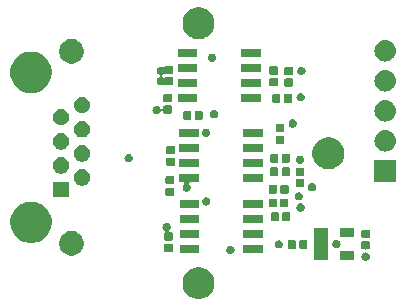
<source format=gbr>
G04 #@! TF.GenerationSoftware,KiCad,Pcbnew,(5.1.4-0)*
G04 #@! TF.CreationDate,2019-10-27T21:20:05-04:00*
G04 #@! TF.ProjectId,DifferentialSPIEncoder,44696666-6572-4656-9e74-69616c535049,rev?*
G04 #@! TF.SameCoordinates,Original*
G04 #@! TF.FileFunction,Soldermask,Top*
G04 #@! TF.FilePolarity,Negative*
%FSLAX46Y46*%
G04 Gerber Fmt 4.6, Leading zero omitted, Abs format (unit mm)*
G04 Created by KiCad (PCBNEW (5.1.4-0)) date 2019-10-27 21:20:05*
%MOMM*%
%LPD*%
G04 APERTURE LIST*
%ADD10C,0.100000*%
G04 APERTURE END LIST*
D10*
G36*
X113494072Y-75700918D02*
G01*
X113739939Y-75802759D01*
X113961212Y-75950610D01*
X114149390Y-76138788D01*
X114297241Y-76360061D01*
X114399082Y-76605928D01*
X114451000Y-76866938D01*
X114451000Y-77133062D01*
X114399082Y-77394072D01*
X114297241Y-77639939D01*
X114149390Y-77861212D01*
X113961212Y-78049390D01*
X113739939Y-78197241D01*
X113739938Y-78197242D01*
X113739937Y-78197242D01*
X113494072Y-78299082D01*
X113233063Y-78351000D01*
X112966937Y-78351000D01*
X112705928Y-78299082D01*
X112460063Y-78197242D01*
X112460062Y-78197242D01*
X112460061Y-78197241D01*
X112238788Y-78049390D01*
X112050610Y-77861212D01*
X111902759Y-77639939D01*
X111800918Y-77394072D01*
X111749000Y-77133062D01*
X111749000Y-76866938D01*
X111800918Y-76605928D01*
X111902759Y-76360061D01*
X112050610Y-76138788D01*
X112238788Y-75950610D01*
X112460061Y-75802759D01*
X112705928Y-75700918D01*
X112966937Y-75649000D01*
X113233063Y-75649000D01*
X113494072Y-75700918D01*
X113494072Y-75700918D01*
G37*
G36*
X127257282Y-74391123D02*
G01*
X127280730Y-74398236D01*
X127296338Y-74401341D01*
X127352383Y-74412489D01*
X127352386Y-74412490D01*
X127352385Y-74412490D01*
X127416258Y-74438946D01*
X127473748Y-74477360D01*
X127522640Y-74526252D01*
X127561054Y-74583742D01*
X127582624Y-74635818D01*
X127587511Y-74647617D01*
X127601000Y-74715430D01*
X127601000Y-74784570D01*
X127587511Y-74852383D01*
X127587510Y-74852385D01*
X127561054Y-74916258D01*
X127522640Y-74973748D01*
X127473748Y-75022640D01*
X127416258Y-75061054D01*
X127364182Y-75082624D01*
X127352383Y-75087511D01*
X127284570Y-75101000D01*
X127215430Y-75101000D01*
X127147617Y-75087511D01*
X127135818Y-75082624D01*
X127083742Y-75061054D01*
X127026252Y-75022640D01*
X126977360Y-74973748D01*
X126938946Y-74916258D01*
X126912490Y-74852385D01*
X126912489Y-74852383D01*
X126899000Y-74784570D01*
X126899000Y-74715430D01*
X126912489Y-74647617D01*
X126917376Y-74635818D01*
X126938946Y-74583742D01*
X126977360Y-74526252D01*
X127026252Y-74477360D01*
X127083742Y-74438946D01*
X127147615Y-74412490D01*
X127147614Y-74412490D01*
X127147617Y-74412489D01*
X127203662Y-74401341D01*
X127219270Y-74398236D01*
X127242719Y-74391123D01*
X127250000Y-74387231D01*
X127257282Y-74391123D01*
X127257282Y-74391123D01*
G37*
G36*
X126260560Y-75011400D02*
G01*
X125098560Y-75011400D01*
X125098560Y-74259400D01*
X126260560Y-74259400D01*
X126260560Y-75011400D01*
X126260560Y-75011400D01*
G37*
G36*
X124060560Y-75011400D02*
G01*
X122898560Y-75011400D01*
X122898560Y-72359400D01*
X124060560Y-72359400D01*
X124060560Y-75011400D01*
X124060560Y-75011400D01*
G37*
G36*
X102649244Y-72625189D02*
G01*
X102840513Y-72704415D01*
X102840515Y-72704416D01*
X103012653Y-72819435D01*
X103159045Y-72965827D01*
X103231220Y-73073844D01*
X103274065Y-73137967D01*
X103353291Y-73329236D01*
X103393680Y-73532284D01*
X103393680Y-73739316D01*
X103353291Y-73942364D01*
X103295370Y-74082197D01*
X103274064Y-74133635D01*
X103159045Y-74305773D01*
X103012653Y-74452165D01*
X102840515Y-74567184D01*
X102840514Y-74567185D01*
X102840513Y-74567185D01*
X102649244Y-74646411D01*
X102446196Y-74686800D01*
X102239164Y-74686800D01*
X102036116Y-74646411D01*
X101844847Y-74567185D01*
X101844846Y-74567185D01*
X101844845Y-74567184D01*
X101672707Y-74452165D01*
X101526315Y-74305773D01*
X101411296Y-74133635D01*
X101389990Y-74082197D01*
X101332069Y-73942364D01*
X101291680Y-73739316D01*
X101291680Y-73532284D01*
X101332069Y-73329236D01*
X101411295Y-73137967D01*
X101454141Y-73073844D01*
X101526315Y-72965827D01*
X101672707Y-72819435D01*
X101844845Y-72704416D01*
X101844847Y-72704415D01*
X102036116Y-72625189D01*
X102239164Y-72584800D01*
X102446196Y-72584800D01*
X102649244Y-72625189D01*
X102649244Y-72625189D01*
G37*
G36*
X115902383Y-73837489D02*
G01*
X115902386Y-73837490D01*
X115902385Y-73837490D01*
X115966258Y-73863946D01*
X116023748Y-73902360D01*
X116072640Y-73951252D01*
X116111054Y-74008742D01*
X116125593Y-74043844D01*
X116137511Y-74072617D01*
X116151000Y-74140430D01*
X116151000Y-74209570D01*
X116137511Y-74277383D01*
X116132624Y-74289182D01*
X116111054Y-74341258D01*
X116072640Y-74398748D01*
X116023748Y-74447640D01*
X115966258Y-74486054D01*
X115914182Y-74507624D01*
X115902383Y-74512511D01*
X115834570Y-74526000D01*
X115765430Y-74526000D01*
X115697617Y-74512511D01*
X115685818Y-74507624D01*
X115633742Y-74486054D01*
X115576252Y-74447640D01*
X115527360Y-74398748D01*
X115488946Y-74341258D01*
X115467376Y-74289182D01*
X115462489Y-74277383D01*
X115449000Y-74209570D01*
X115449000Y-74140430D01*
X115462489Y-74072617D01*
X115474407Y-74043844D01*
X115488946Y-74008742D01*
X115527360Y-73951252D01*
X115576252Y-73902360D01*
X115633742Y-73863946D01*
X115697615Y-73837490D01*
X115697614Y-73837490D01*
X115697617Y-73837489D01*
X115765430Y-73824000D01*
X115834570Y-73824000D01*
X115902383Y-73837489D01*
X115902383Y-73837489D01*
G37*
G36*
X118542280Y-74468200D02*
G01*
X116890280Y-74468200D01*
X116890280Y-73766200D01*
X118542280Y-73766200D01*
X118542280Y-74468200D01*
X118542280Y-74468200D01*
G37*
G36*
X113142280Y-74468200D02*
G01*
X111490280Y-74468200D01*
X111490280Y-73766200D01*
X113142280Y-73766200D01*
X113142280Y-74468200D01*
X113142280Y-74468200D01*
G37*
G36*
X110848138Y-73679796D02*
G01*
X110868757Y-73686051D01*
X110887753Y-73696204D01*
X110904408Y-73709872D01*
X110918076Y-73726527D01*
X110928229Y-73745523D01*
X110934484Y-73766142D01*
X110937200Y-73793720D01*
X110937200Y-74252440D01*
X110934484Y-74280018D01*
X110928229Y-74300637D01*
X110918076Y-74319633D01*
X110904408Y-74336288D01*
X110887753Y-74349956D01*
X110868757Y-74360109D01*
X110848138Y-74366364D01*
X110820560Y-74369080D01*
X110311840Y-74369080D01*
X110284262Y-74366364D01*
X110263643Y-74360109D01*
X110244647Y-74349956D01*
X110227992Y-74336288D01*
X110214324Y-74319633D01*
X110204171Y-74300637D01*
X110197916Y-74280018D01*
X110195200Y-74252440D01*
X110195200Y-73793720D01*
X110197916Y-73766142D01*
X110204171Y-73745523D01*
X110214324Y-73726527D01*
X110227992Y-73709872D01*
X110244647Y-73696204D01*
X110263643Y-73686051D01*
X110284262Y-73679796D01*
X110311840Y-73677080D01*
X110820560Y-73677080D01*
X110848138Y-73679796D01*
X110848138Y-73679796D01*
G37*
G36*
X127539938Y-73461356D02*
G01*
X127560557Y-73467611D01*
X127579553Y-73477764D01*
X127596208Y-73491432D01*
X127609876Y-73508087D01*
X127620029Y-73527083D01*
X127626284Y-73547702D01*
X127629000Y-73575280D01*
X127629000Y-74034000D01*
X127626284Y-74061578D01*
X127620029Y-74082197D01*
X127609876Y-74101193D01*
X127596208Y-74117848D01*
X127579553Y-74131516D01*
X127560557Y-74141669D01*
X127539938Y-74147924D01*
X127512360Y-74150640D01*
X127305117Y-74150640D01*
X127280731Y-74153042D01*
X127257282Y-74160155D01*
X127250000Y-74164047D01*
X127242717Y-74160155D01*
X127219268Y-74153042D01*
X127194883Y-74150640D01*
X127003640Y-74150640D01*
X126976062Y-74147924D01*
X126955443Y-74141669D01*
X126936447Y-74131516D01*
X126919792Y-74117848D01*
X126906124Y-74101193D01*
X126895971Y-74082197D01*
X126889716Y-74061578D01*
X126887000Y-74034000D01*
X126887000Y-73575280D01*
X126889716Y-73547702D01*
X126895971Y-73527083D01*
X126906124Y-73508087D01*
X126919792Y-73491432D01*
X126936447Y-73477764D01*
X126955443Y-73467611D01*
X126976062Y-73461356D01*
X127003640Y-73458640D01*
X127512360Y-73458640D01*
X127539938Y-73461356D01*
X127539938Y-73461356D01*
G37*
G36*
X122235218Y-73362836D02*
G01*
X122255837Y-73369091D01*
X122274833Y-73379244D01*
X122291488Y-73392912D01*
X122305156Y-73409567D01*
X122315309Y-73428563D01*
X122321564Y-73449182D01*
X122324280Y-73476760D01*
X122324280Y-73985480D01*
X122321564Y-74013058D01*
X122315309Y-74033677D01*
X122305156Y-74052673D01*
X122291488Y-74069328D01*
X122274833Y-74082996D01*
X122255837Y-74093149D01*
X122235218Y-74099404D01*
X122207640Y-74102120D01*
X121748920Y-74102120D01*
X121721342Y-74099404D01*
X121700723Y-74093149D01*
X121681727Y-74082996D01*
X121665072Y-74069328D01*
X121651404Y-74052673D01*
X121641251Y-74033677D01*
X121634996Y-74013058D01*
X121632280Y-73985480D01*
X121632280Y-73476760D01*
X121634996Y-73449182D01*
X121641251Y-73428563D01*
X121651404Y-73409567D01*
X121665072Y-73392912D01*
X121681727Y-73379244D01*
X121700723Y-73369091D01*
X121721342Y-73362836D01*
X121748920Y-73360120D01*
X122207640Y-73360120D01*
X122235218Y-73362836D01*
X122235218Y-73362836D01*
G37*
G36*
X121265218Y-73362836D02*
G01*
X121285837Y-73369091D01*
X121304833Y-73379244D01*
X121321488Y-73392912D01*
X121335156Y-73409567D01*
X121345309Y-73428563D01*
X121351564Y-73449182D01*
X121354280Y-73476760D01*
X121354280Y-73985480D01*
X121351564Y-74013058D01*
X121345309Y-74033677D01*
X121335156Y-74052673D01*
X121321488Y-74069328D01*
X121304833Y-74082996D01*
X121285837Y-74093149D01*
X121265218Y-74099404D01*
X121237640Y-74102120D01*
X120778920Y-74102120D01*
X120751342Y-74099404D01*
X120730723Y-74093149D01*
X120711727Y-74082996D01*
X120695072Y-74069328D01*
X120681404Y-74052673D01*
X120671251Y-74033677D01*
X120664996Y-74013058D01*
X120662280Y-73985480D01*
X120662280Y-73476760D01*
X120664996Y-73449182D01*
X120671251Y-73428563D01*
X120681404Y-73409567D01*
X120695072Y-73392912D01*
X120711727Y-73379244D01*
X120730723Y-73369091D01*
X120751342Y-73362836D01*
X120778920Y-73360120D01*
X121237640Y-73360120D01*
X121265218Y-73362836D01*
X121265218Y-73362836D01*
G37*
G36*
X120000543Y-73378369D02*
G01*
X120000546Y-73378370D01*
X120000545Y-73378370D01*
X120064418Y-73404826D01*
X120121908Y-73443240D01*
X120170800Y-73492132D01*
X120209214Y-73549622D01*
X120215764Y-73565436D01*
X120235671Y-73613497D01*
X120249160Y-73681310D01*
X120249160Y-73750450D01*
X120235671Y-73818263D01*
X120235670Y-73818265D01*
X120209214Y-73882138D01*
X120170800Y-73939628D01*
X120121908Y-73988520D01*
X120064418Y-74026934D01*
X120023592Y-74043844D01*
X120000543Y-74053391D01*
X119932730Y-74066880D01*
X119863590Y-74066880D01*
X119795777Y-74053391D01*
X119772728Y-74043844D01*
X119731902Y-74026934D01*
X119674412Y-73988520D01*
X119625520Y-73939628D01*
X119587106Y-73882138D01*
X119560650Y-73818265D01*
X119560649Y-73818263D01*
X119547160Y-73750450D01*
X119547160Y-73681310D01*
X119560649Y-73613497D01*
X119580556Y-73565436D01*
X119587106Y-73549622D01*
X119625520Y-73492132D01*
X119674412Y-73443240D01*
X119731902Y-73404826D01*
X119795775Y-73378370D01*
X119795774Y-73378370D01*
X119795777Y-73378369D01*
X119863590Y-73364880D01*
X119932730Y-73364880D01*
X120000543Y-73378369D01*
X120000543Y-73378369D01*
G37*
G36*
X124877343Y-73342809D02*
G01*
X124877346Y-73342810D01*
X124877345Y-73342810D01*
X124941218Y-73369266D01*
X124998708Y-73407680D01*
X125047600Y-73456572D01*
X125086014Y-73514062D01*
X125100743Y-73549622D01*
X125112471Y-73577937D01*
X125125960Y-73645750D01*
X125125960Y-73714890D01*
X125112471Y-73782703D01*
X125112470Y-73782705D01*
X125086014Y-73846578D01*
X125047600Y-73904068D01*
X124998708Y-73952960D01*
X124941218Y-73991374D01*
X124899293Y-74008739D01*
X124877343Y-74017831D01*
X124809530Y-74031320D01*
X124740390Y-74031320D01*
X124672577Y-74017831D01*
X124650627Y-74008739D01*
X124608702Y-73991374D01*
X124551212Y-73952960D01*
X124502320Y-73904068D01*
X124463906Y-73846578D01*
X124437450Y-73782705D01*
X124437449Y-73782703D01*
X124423960Y-73714890D01*
X124423960Y-73645750D01*
X124437449Y-73577937D01*
X124449177Y-73549622D01*
X124463906Y-73514062D01*
X124502320Y-73456572D01*
X124551212Y-73407680D01*
X124608702Y-73369266D01*
X124672575Y-73342810D01*
X124672574Y-73342810D01*
X124672577Y-73342809D01*
X124740390Y-73329320D01*
X124809530Y-73329320D01*
X124877343Y-73342809D01*
X124877343Y-73342809D01*
G37*
G36*
X99310665Y-70149660D02*
G01*
X99423428Y-70172090D01*
X99444902Y-70180985D01*
X99742088Y-70304083D01*
X100028876Y-70495709D01*
X100272771Y-70739604D01*
X100464397Y-71026392D01*
X100596390Y-71345053D01*
X100663680Y-71683340D01*
X100663680Y-72028260D01*
X100639938Y-72147617D01*
X100599208Y-72352383D01*
X100596390Y-72366547D01*
X100464397Y-72685208D01*
X100272771Y-72971996D01*
X100028876Y-73215891D01*
X99742088Y-73407517D01*
X99574920Y-73476760D01*
X99423428Y-73539510D01*
X99372591Y-73549622D01*
X99085140Y-73606800D01*
X98740220Y-73606800D01*
X98452769Y-73549622D01*
X98401932Y-73539510D01*
X98250440Y-73476760D01*
X98083272Y-73407517D01*
X97796484Y-73215891D01*
X97552589Y-72971996D01*
X97360963Y-72685208D01*
X97228970Y-72366547D01*
X97226153Y-72352383D01*
X97185422Y-72147617D01*
X97161680Y-72028260D01*
X97161680Y-71683340D01*
X97228970Y-71345053D01*
X97360963Y-71026392D01*
X97552589Y-70739604D01*
X97796484Y-70495709D01*
X98083272Y-70304083D01*
X98380458Y-70180985D01*
X98401932Y-70172090D01*
X98514695Y-70149660D01*
X98740220Y-70104800D01*
X99085140Y-70104800D01*
X99310665Y-70149660D01*
X99310665Y-70149660D01*
G37*
G36*
X110502383Y-71912489D02*
G01*
X110502386Y-71912490D01*
X110502385Y-71912490D01*
X110566258Y-71938946D01*
X110623748Y-71977360D01*
X110672640Y-72026252D01*
X110711054Y-72083742D01*
X110732624Y-72135818D01*
X110737511Y-72147617D01*
X110751000Y-72215430D01*
X110751000Y-72284570D01*
X110737511Y-72352383D01*
X110737510Y-72352385D01*
X110711054Y-72416258D01*
X110672640Y-72473748D01*
X110652695Y-72493693D01*
X110637150Y-72512635D01*
X110625599Y-72534246D01*
X110618486Y-72557695D01*
X110616084Y-72582081D01*
X110618486Y-72606467D01*
X110625599Y-72629916D01*
X110637150Y-72651527D01*
X110652695Y-72670469D01*
X110671637Y-72686014D01*
X110693248Y-72697565D01*
X110716697Y-72704678D01*
X110741083Y-72707080D01*
X110820560Y-72707080D01*
X110848138Y-72709796D01*
X110868757Y-72716051D01*
X110887753Y-72726204D01*
X110904408Y-72739872D01*
X110918076Y-72756527D01*
X110928229Y-72775523D01*
X110934484Y-72796142D01*
X110937200Y-72823720D01*
X110937200Y-73282440D01*
X110934484Y-73310018D01*
X110928229Y-73330637D01*
X110918076Y-73349633D01*
X110904408Y-73366288D01*
X110887753Y-73379956D01*
X110868757Y-73390109D01*
X110848138Y-73396364D01*
X110820560Y-73399080D01*
X110311840Y-73399080D01*
X110284262Y-73396364D01*
X110263643Y-73390109D01*
X110244647Y-73379956D01*
X110227992Y-73366288D01*
X110214324Y-73349633D01*
X110204171Y-73330637D01*
X110197916Y-73310018D01*
X110195200Y-73282440D01*
X110195200Y-72823720D01*
X110197916Y-72796142D01*
X110204171Y-72775523D01*
X110214324Y-72756527D01*
X110234223Y-72732280D01*
X110237714Y-72728790D01*
X110251329Y-72708416D01*
X110260708Y-72685778D01*
X110265490Y-72661745D01*
X110265492Y-72637241D01*
X110260713Y-72613208D01*
X110251338Y-72590568D01*
X110237725Y-72570193D01*
X110220400Y-72552864D01*
X110210541Y-72545552D01*
X110176253Y-72522641D01*
X110127360Y-72473748D01*
X110088946Y-72416258D01*
X110062490Y-72352385D01*
X110062489Y-72352383D01*
X110049000Y-72284570D01*
X110049000Y-72215430D01*
X110062489Y-72147617D01*
X110067376Y-72135818D01*
X110088946Y-72083742D01*
X110127360Y-72026252D01*
X110176252Y-71977360D01*
X110233742Y-71938946D01*
X110297615Y-71912490D01*
X110297614Y-71912490D01*
X110297617Y-71912489D01*
X110365430Y-71899000D01*
X110434570Y-71899000D01*
X110502383Y-71912489D01*
X110502383Y-71912489D01*
G37*
G36*
X118542280Y-73198200D02*
G01*
X116890280Y-73198200D01*
X116890280Y-72496200D01*
X118542280Y-72496200D01*
X118542280Y-73198200D01*
X118542280Y-73198200D01*
G37*
G36*
X113142280Y-73198200D02*
G01*
X111490280Y-73198200D01*
X111490280Y-72496200D01*
X113142280Y-72496200D01*
X113142280Y-73198200D01*
X113142280Y-73198200D01*
G37*
G36*
X127539938Y-72491356D02*
G01*
X127560557Y-72497611D01*
X127579553Y-72507764D01*
X127596208Y-72521432D01*
X127609876Y-72538087D01*
X127620029Y-72557083D01*
X127626284Y-72577702D01*
X127629000Y-72605280D01*
X127629000Y-73064000D01*
X127626284Y-73091578D01*
X127620029Y-73112197D01*
X127609876Y-73131193D01*
X127596208Y-73147848D01*
X127579553Y-73161516D01*
X127560557Y-73171669D01*
X127539938Y-73177924D01*
X127512360Y-73180640D01*
X127003640Y-73180640D01*
X126976062Y-73177924D01*
X126955443Y-73171669D01*
X126936447Y-73161516D01*
X126919792Y-73147848D01*
X126906124Y-73131193D01*
X126895971Y-73112197D01*
X126889716Y-73091578D01*
X126887000Y-73064000D01*
X126887000Y-72605280D01*
X126889716Y-72577702D01*
X126895971Y-72557083D01*
X126906124Y-72538087D01*
X126919792Y-72521432D01*
X126936447Y-72507764D01*
X126955443Y-72497611D01*
X126976062Y-72491356D01*
X127003640Y-72488640D01*
X127512360Y-72488640D01*
X127539938Y-72491356D01*
X127539938Y-72491356D01*
G37*
G36*
X126260560Y-73111400D02*
G01*
X125098560Y-73111400D01*
X125098560Y-72359400D01*
X126260560Y-72359400D01*
X126260560Y-73111400D01*
X126260560Y-73111400D01*
G37*
G36*
X118542280Y-71928200D02*
G01*
X116890280Y-71928200D01*
X116890280Y-71226200D01*
X118542280Y-71226200D01*
X118542280Y-71928200D01*
X118542280Y-71928200D01*
G37*
G36*
X113142280Y-71928200D02*
G01*
X111490280Y-71928200D01*
X111490280Y-71226200D01*
X113142280Y-71226200D01*
X113142280Y-71928200D01*
X113142280Y-71928200D01*
G37*
G36*
X120792498Y-71010796D02*
G01*
X120813117Y-71017051D01*
X120832113Y-71027204D01*
X120848768Y-71040872D01*
X120862436Y-71057527D01*
X120872589Y-71076523D01*
X120878844Y-71097142D01*
X120881560Y-71124720D01*
X120881560Y-71633440D01*
X120878844Y-71661018D01*
X120872589Y-71681637D01*
X120862436Y-71700633D01*
X120848768Y-71717288D01*
X120832113Y-71730956D01*
X120813117Y-71741109D01*
X120792498Y-71747364D01*
X120764920Y-71750080D01*
X120306200Y-71750080D01*
X120278622Y-71747364D01*
X120258003Y-71741109D01*
X120239007Y-71730956D01*
X120222352Y-71717288D01*
X120208684Y-71700633D01*
X120198531Y-71681637D01*
X120192276Y-71661018D01*
X120189560Y-71633440D01*
X120189560Y-71124720D01*
X120192276Y-71097142D01*
X120198531Y-71076523D01*
X120208684Y-71057527D01*
X120222352Y-71040872D01*
X120239007Y-71027204D01*
X120258003Y-71017051D01*
X120278622Y-71010796D01*
X120306200Y-71008080D01*
X120764920Y-71008080D01*
X120792498Y-71010796D01*
X120792498Y-71010796D01*
G37*
G36*
X119822498Y-71010796D02*
G01*
X119843117Y-71017051D01*
X119862113Y-71027204D01*
X119878768Y-71040872D01*
X119892436Y-71057527D01*
X119902589Y-71076523D01*
X119908844Y-71097142D01*
X119911560Y-71124720D01*
X119911560Y-71633440D01*
X119908844Y-71661018D01*
X119902589Y-71681637D01*
X119892436Y-71700633D01*
X119878768Y-71717288D01*
X119862113Y-71730956D01*
X119843117Y-71741109D01*
X119822498Y-71747364D01*
X119794920Y-71750080D01*
X119336200Y-71750080D01*
X119308622Y-71747364D01*
X119288003Y-71741109D01*
X119269007Y-71730956D01*
X119252352Y-71717288D01*
X119238684Y-71700633D01*
X119228531Y-71681637D01*
X119222276Y-71661018D01*
X119219560Y-71633440D01*
X119219560Y-71124720D01*
X119222276Y-71097142D01*
X119228531Y-71076523D01*
X119238684Y-71057527D01*
X119252352Y-71040872D01*
X119269007Y-71027204D01*
X119288003Y-71017051D01*
X119308622Y-71010796D01*
X119336200Y-71008080D01*
X119794920Y-71008080D01*
X119822498Y-71010796D01*
X119822498Y-71010796D01*
G37*
G36*
X121693288Y-70240680D02*
G01*
X121774230Y-70240680D01*
X121842043Y-70254169D01*
X121842046Y-70254170D01*
X121842045Y-70254170D01*
X121905918Y-70280626D01*
X121963408Y-70319040D01*
X122012300Y-70367932D01*
X122050714Y-70425422D01*
X122061967Y-70452591D01*
X122077171Y-70489297D01*
X122090660Y-70557110D01*
X122090660Y-70626250D01*
X122077171Y-70694063D01*
X122077170Y-70694065D01*
X122050714Y-70757938D01*
X122012300Y-70815428D01*
X121963408Y-70864320D01*
X121905918Y-70902734D01*
X121853842Y-70924304D01*
X121842043Y-70929191D01*
X121774230Y-70942680D01*
X121705090Y-70942680D01*
X121637277Y-70929191D01*
X121625478Y-70924304D01*
X121573402Y-70902734D01*
X121515912Y-70864320D01*
X121467020Y-70815428D01*
X121428606Y-70757938D01*
X121402150Y-70694065D01*
X121402149Y-70694063D01*
X121388660Y-70626250D01*
X121388660Y-70557110D01*
X121402149Y-70489297D01*
X121417353Y-70452591D01*
X121428606Y-70425422D01*
X121467020Y-70367932D01*
X121515912Y-70319040D01*
X121573402Y-70280626D01*
X121637275Y-70254170D01*
X121637274Y-70254170D01*
X121637277Y-70254169D01*
X121655085Y-70250627D01*
X121678533Y-70243514D01*
X121685306Y-70239894D01*
X121693288Y-70240680D01*
X121693288Y-70240680D01*
G37*
G36*
X113142280Y-70658200D02*
G01*
X111490280Y-70658200D01*
X111490280Y-69956200D01*
X113142280Y-69956200D01*
X113142280Y-70658200D01*
X113142280Y-70658200D01*
G37*
G36*
X118542280Y-70658200D02*
G01*
X116890280Y-70658200D01*
X116890280Y-69956200D01*
X118542280Y-69956200D01*
X118542280Y-70658200D01*
X118542280Y-70658200D01*
G37*
G36*
X119647098Y-69852556D02*
G01*
X119667717Y-69858811D01*
X119686713Y-69868964D01*
X119703368Y-69882632D01*
X119717036Y-69899287D01*
X119727189Y-69918283D01*
X119733444Y-69938902D01*
X119736160Y-69966480D01*
X119736160Y-70475200D01*
X119733444Y-70502778D01*
X119727189Y-70523397D01*
X119717036Y-70542393D01*
X119703368Y-70559048D01*
X119686713Y-70572716D01*
X119667717Y-70582869D01*
X119647098Y-70589124D01*
X119619520Y-70591840D01*
X119160800Y-70591840D01*
X119133222Y-70589124D01*
X119112603Y-70582869D01*
X119093607Y-70572716D01*
X119076952Y-70559048D01*
X119063284Y-70542393D01*
X119053131Y-70523397D01*
X119046876Y-70502778D01*
X119044160Y-70475200D01*
X119044160Y-69966480D01*
X119046876Y-69938902D01*
X119053131Y-69918283D01*
X119063284Y-69899287D01*
X119076952Y-69882632D01*
X119093607Y-69868964D01*
X119112603Y-69858811D01*
X119133222Y-69852556D01*
X119160800Y-69849840D01*
X119619520Y-69849840D01*
X119647098Y-69852556D01*
X119647098Y-69852556D01*
G37*
G36*
X120617098Y-69852556D02*
G01*
X120637717Y-69858811D01*
X120656713Y-69868964D01*
X120673368Y-69882632D01*
X120687036Y-69899287D01*
X120697189Y-69918283D01*
X120703444Y-69938902D01*
X120706160Y-69966480D01*
X120706160Y-70475200D01*
X120703444Y-70502778D01*
X120697189Y-70523397D01*
X120687036Y-70542393D01*
X120673368Y-70559048D01*
X120656713Y-70572716D01*
X120637717Y-70582869D01*
X120617098Y-70589124D01*
X120589520Y-70591840D01*
X120130800Y-70591840D01*
X120103222Y-70589124D01*
X120082603Y-70582869D01*
X120063607Y-70572716D01*
X120046952Y-70559048D01*
X120033284Y-70542393D01*
X120023131Y-70523397D01*
X120016876Y-70502778D01*
X120014160Y-70475200D01*
X120014160Y-69966480D01*
X120016876Y-69938902D01*
X120023131Y-69918283D01*
X120033284Y-69899287D01*
X120046952Y-69882632D01*
X120063607Y-69868964D01*
X120082603Y-69858811D01*
X120103222Y-69852556D01*
X120130800Y-69849840D01*
X120589520Y-69849840D01*
X120617098Y-69852556D01*
X120617098Y-69852556D01*
G37*
G36*
X113853743Y-69741089D02*
G01*
X113853746Y-69741090D01*
X113853745Y-69741090D01*
X113917618Y-69767546D01*
X113975108Y-69805960D01*
X114024000Y-69854852D01*
X114062414Y-69912342D01*
X114073415Y-69938902D01*
X114088871Y-69976217D01*
X114102360Y-70044030D01*
X114102360Y-70113170D01*
X114088871Y-70180983D01*
X114088870Y-70180985D01*
X114062414Y-70244858D01*
X114024000Y-70302348D01*
X113975108Y-70351240D01*
X113917618Y-70389654D01*
X113865542Y-70411224D01*
X113853743Y-70416111D01*
X113785930Y-70429600D01*
X113716790Y-70429600D01*
X113648977Y-70416111D01*
X113637178Y-70411224D01*
X113585102Y-70389654D01*
X113527612Y-70351240D01*
X113478720Y-70302348D01*
X113440306Y-70244858D01*
X113413850Y-70180985D01*
X113413849Y-70180983D01*
X113400360Y-70113170D01*
X113400360Y-70044030D01*
X113413849Y-69976217D01*
X113429305Y-69938902D01*
X113440306Y-69912342D01*
X113478720Y-69854852D01*
X113527612Y-69805960D01*
X113585102Y-69767546D01*
X113648975Y-69741090D01*
X113648974Y-69741090D01*
X113648977Y-69741089D01*
X113716790Y-69727600D01*
X113785930Y-69727600D01*
X113853743Y-69741089D01*
X113853743Y-69741089D01*
G37*
G36*
X121686708Y-69314520D02*
G01*
X121686711Y-69314521D01*
X121686710Y-69314521D01*
X121750583Y-69340977D01*
X121808073Y-69379391D01*
X121856965Y-69428283D01*
X121895379Y-69485773D01*
X121900942Y-69499204D01*
X121921836Y-69549648D01*
X121935325Y-69617461D01*
X121935325Y-69686601D01*
X121921836Y-69754414D01*
X121921835Y-69754416D01*
X121895379Y-69818289D01*
X121856965Y-69875779D01*
X121808073Y-69924671D01*
X121750583Y-69963085D01*
X121718878Y-69976217D01*
X121686708Y-69989542D01*
X121668901Y-69993084D01*
X121645452Y-70000197D01*
X121638679Y-70003817D01*
X121630697Y-70003031D01*
X121549755Y-70003031D01*
X121481942Y-69989542D01*
X121449772Y-69976217D01*
X121418067Y-69963085D01*
X121360577Y-69924671D01*
X121311685Y-69875779D01*
X121273271Y-69818289D01*
X121246815Y-69754416D01*
X121246814Y-69754414D01*
X121233325Y-69686601D01*
X121233325Y-69617461D01*
X121246814Y-69549648D01*
X121267708Y-69499204D01*
X121273271Y-69485773D01*
X121311685Y-69428283D01*
X121360577Y-69379391D01*
X121418067Y-69340977D01*
X121481940Y-69314521D01*
X121481939Y-69314521D01*
X121481942Y-69314520D01*
X121549755Y-69301031D01*
X121618895Y-69301031D01*
X121686708Y-69314520D01*
X121686708Y-69314520D01*
G37*
G36*
X102103680Y-69716800D02*
G01*
X100801680Y-69716800D01*
X100801680Y-68414800D01*
X102103680Y-68414800D01*
X102103680Y-69716800D01*
X102103680Y-69716800D01*
G37*
G36*
X110956938Y-68916716D02*
G01*
X110977557Y-68922971D01*
X110996553Y-68933124D01*
X111013208Y-68946792D01*
X111026876Y-68963447D01*
X111037029Y-68982443D01*
X111043284Y-69003062D01*
X111046000Y-69030640D01*
X111046000Y-69489360D01*
X111043284Y-69516938D01*
X111037029Y-69537557D01*
X111026876Y-69556553D01*
X111013208Y-69573208D01*
X110996553Y-69586876D01*
X110977557Y-69597029D01*
X110956938Y-69603284D01*
X110929360Y-69606000D01*
X110420640Y-69606000D01*
X110393062Y-69603284D01*
X110372443Y-69597029D01*
X110353447Y-69586876D01*
X110336792Y-69573208D01*
X110323124Y-69556553D01*
X110312971Y-69537557D01*
X110306716Y-69516938D01*
X110304000Y-69489360D01*
X110304000Y-69030640D01*
X110306716Y-69003062D01*
X110312971Y-68982443D01*
X110323124Y-68963447D01*
X110336792Y-68946792D01*
X110353447Y-68933124D01*
X110372443Y-68922971D01*
X110393062Y-68916716D01*
X110420640Y-68914000D01*
X110929360Y-68914000D01*
X110956938Y-68916716D01*
X110956938Y-68916716D01*
G37*
G36*
X119662338Y-68689236D02*
G01*
X119682957Y-68695491D01*
X119701953Y-68705644D01*
X119718608Y-68719312D01*
X119732276Y-68735967D01*
X119742429Y-68754963D01*
X119748684Y-68775582D01*
X119751400Y-68803160D01*
X119751400Y-69311880D01*
X119748684Y-69339458D01*
X119742429Y-69360077D01*
X119732276Y-69379073D01*
X119718608Y-69395728D01*
X119701953Y-69409396D01*
X119682957Y-69419549D01*
X119662338Y-69425804D01*
X119634760Y-69428520D01*
X119176040Y-69428520D01*
X119148462Y-69425804D01*
X119127843Y-69419549D01*
X119108847Y-69409396D01*
X119092192Y-69395728D01*
X119078524Y-69379073D01*
X119068371Y-69360077D01*
X119062116Y-69339458D01*
X119059400Y-69311880D01*
X119059400Y-68803160D01*
X119062116Y-68775582D01*
X119068371Y-68754963D01*
X119078524Y-68735967D01*
X119092192Y-68719312D01*
X119108847Y-68705644D01*
X119127843Y-68695491D01*
X119148462Y-68689236D01*
X119176040Y-68686520D01*
X119634760Y-68686520D01*
X119662338Y-68689236D01*
X119662338Y-68689236D01*
G37*
G36*
X120632338Y-68689236D02*
G01*
X120652957Y-68695491D01*
X120671953Y-68705644D01*
X120688608Y-68719312D01*
X120702276Y-68735967D01*
X120712429Y-68754963D01*
X120718684Y-68775582D01*
X120721400Y-68803160D01*
X120721400Y-69311880D01*
X120718684Y-69339458D01*
X120712429Y-69360077D01*
X120702276Y-69379073D01*
X120688608Y-69395728D01*
X120671953Y-69409396D01*
X120652957Y-69419549D01*
X120632338Y-69425804D01*
X120604760Y-69428520D01*
X120146040Y-69428520D01*
X120118462Y-69425804D01*
X120097843Y-69419549D01*
X120078847Y-69409396D01*
X120062192Y-69395728D01*
X120048524Y-69379073D01*
X120038371Y-69360077D01*
X120032116Y-69339458D01*
X120029400Y-69311880D01*
X120029400Y-68803160D01*
X120032116Y-68775582D01*
X120038371Y-68754963D01*
X120048524Y-68735967D01*
X120062192Y-68719312D01*
X120078847Y-68705644D01*
X120097843Y-68695491D01*
X120118462Y-68689236D01*
X120146040Y-68686520D01*
X120604760Y-68686520D01*
X120632338Y-68689236D01*
X120632338Y-68689236D01*
G37*
G36*
X113121960Y-68438240D02*
G01*
X112436403Y-68438240D01*
X112412017Y-68440642D01*
X112388568Y-68447755D01*
X112366957Y-68459306D01*
X112348015Y-68474851D01*
X112332470Y-68493793D01*
X112320919Y-68515404D01*
X112313806Y-68538853D01*
X112311404Y-68563239D01*
X112313806Y-68587625D01*
X112320919Y-68611074D01*
X112332470Y-68632685D01*
X112348015Y-68651627D01*
X112372640Y-68676252D01*
X112411054Y-68733742D01*
X112426536Y-68771120D01*
X112437511Y-68797617D01*
X112451000Y-68865430D01*
X112451000Y-68934570D01*
X112437511Y-69002383D01*
X112437510Y-69002385D01*
X112411054Y-69066258D01*
X112372640Y-69123748D01*
X112323748Y-69172640D01*
X112266258Y-69211054D01*
X112214182Y-69232624D01*
X112202383Y-69237511D01*
X112134570Y-69251000D01*
X112065430Y-69251000D01*
X111997617Y-69237511D01*
X111985818Y-69232624D01*
X111933742Y-69211054D01*
X111876252Y-69172640D01*
X111827360Y-69123748D01*
X111788946Y-69066258D01*
X111762490Y-69002385D01*
X111762489Y-69002383D01*
X111749000Y-68934570D01*
X111749000Y-68865430D01*
X111762489Y-68797617D01*
X111773464Y-68771120D01*
X111788946Y-68733742D01*
X111827360Y-68676252D01*
X111851985Y-68651627D01*
X111867530Y-68632685D01*
X111879081Y-68611074D01*
X111886194Y-68587625D01*
X111888596Y-68563239D01*
X111886194Y-68538853D01*
X111879081Y-68515404D01*
X111867530Y-68493793D01*
X111851985Y-68474851D01*
X111833043Y-68459306D01*
X111811432Y-68447755D01*
X111787983Y-68440642D01*
X111763597Y-68438240D01*
X111469960Y-68438240D01*
X111469960Y-67736240D01*
X113121960Y-67736240D01*
X113121960Y-68438240D01*
X113121960Y-68438240D01*
G37*
G36*
X122799623Y-68532049D02*
G01*
X122799626Y-68532050D01*
X122799625Y-68532050D01*
X122863498Y-68558506D01*
X122920988Y-68596920D01*
X122969880Y-68645812D01*
X123008294Y-68703302D01*
X123026311Y-68746800D01*
X123034751Y-68767177D01*
X123048240Y-68834990D01*
X123048240Y-68904130D01*
X123034751Y-68971943D01*
X123034750Y-68971945D01*
X123008294Y-69035818D01*
X122969880Y-69093308D01*
X122920988Y-69142200D01*
X122863498Y-69180614D01*
X122811422Y-69202184D01*
X122799623Y-69207071D01*
X122731810Y-69220560D01*
X122662670Y-69220560D01*
X122594857Y-69207071D01*
X122583058Y-69202184D01*
X122530982Y-69180614D01*
X122473492Y-69142200D01*
X122424600Y-69093308D01*
X122386186Y-69035818D01*
X122359730Y-68971945D01*
X122359729Y-68971943D01*
X122346240Y-68904130D01*
X122346240Y-68834990D01*
X122359729Y-68767177D01*
X122368169Y-68746800D01*
X122386186Y-68703302D01*
X122424600Y-68645812D01*
X122473492Y-68596920D01*
X122530982Y-68558506D01*
X122594855Y-68532050D01*
X122594854Y-68532050D01*
X122594857Y-68532049D01*
X122662670Y-68518560D01*
X122731810Y-68518560D01*
X122799623Y-68532049D01*
X122799623Y-68532049D01*
G37*
G36*
X121968258Y-68198476D02*
G01*
X121988877Y-68204731D01*
X122007873Y-68214884D01*
X122024528Y-68228552D01*
X122038196Y-68245207D01*
X122048349Y-68264203D01*
X122054604Y-68284822D01*
X122057320Y-68312400D01*
X122057320Y-68771120D01*
X122054604Y-68798698D01*
X122048349Y-68819317D01*
X122038196Y-68838313D01*
X122024528Y-68854968D01*
X122007873Y-68868636D01*
X121988877Y-68878789D01*
X121968258Y-68885044D01*
X121940680Y-68887760D01*
X121431960Y-68887760D01*
X121404382Y-68885044D01*
X121383763Y-68878789D01*
X121364767Y-68868636D01*
X121348112Y-68854968D01*
X121334444Y-68838313D01*
X121324291Y-68819317D01*
X121318036Y-68798698D01*
X121315320Y-68771120D01*
X121315320Y-68312400D01*
X121318036Y-68284822D01*
X121324291Y-68264203D01*
X121334444Y-68245207D01*
X121348112Y-68228552D01*
X121364767Y-68214884D01*
X121383763Y-68204731D01*
X121404382Y-68198476D01*
X121431960Y-68195760D01*
X121940680Y-68195760D01*
X121968258Y-68198476D01*
X121968258Y-68198476D01*
G37*
G36*
X103437153Y-67371738D02*
G01*
X103564729Y-67424582D01*
X103679539Y-67501295D01*
X103777185Y-67598941D01*
X103853898Y-67713751D01*
X103906742Y-67841327D01*
X103933680Y-67976756D01*
X103933680Y-68114844D01*
X103906742Y-68250273D01*
X103853898Y-68377849D01*
X103777185Y-68492659D01*
X103679539Y-68590305D01*
X103564729Y-68667018D01*
X103437153Y-68719862D01*
X103301724Y-68746800D01*
X103163636Y-68746800D01*
X103028207Y-68719862D01*
X102900631Y-68667018D01*
X102785821Y-68590305D01*
X102688175Y-68492659D01*
X102611462Y-68377849D01*
X102558618Y-68250273D01*
X102531680Y-68114844D01*
X102531680Y-67976756D01*
X102558618Y-67841327D01*
X102611462Y-67713751D01*
X102688175Y-67598941D01*
X102785821Y-67501295D01*
X102900631Y-67424582D01*
X103028207Y-67371738D01*
X103163636Y-67344800D01*
X103301724Y-67344800D01*
X103437153Y-67371738D01*
X103437153Y-67371738D01*
G37*
G36*
X110956938Y-67946716D02*
G01*
X110977557Y-67952971D01*
X110996553Y-67963124D01*
X111013208Y-67976792D01*
X111026876Y-67993447D01*
X111037029Y-68012443D01*
X111043284Y-68033062D01*
X111046000Y-68060640D01*
X111046000Y-68519360D01*
X111043284Y-68546938D01*
X111037029Y-68567557D01*
X111026876Y-68586553D01*
X111013208Y-68603208D01*
X110996553Y-68616876D01*
X110977557Y-68627029D01*
X110956938Y-68633284D01*
X110929360Y-68636000D01*
X110420640Y-68636000D01*
X110393062Y-68633284D01*
X110372443Y-68627029D01*
X110353447Y-68616876D01*
X110336792Y-68603208D01*
X110323124Y-68586553D01*
X110312971Y-68567557D01*
X110306716Y-68546938D01*
X110304000Y-68519360D01*
X110304000Y-68060640D01*
X110306716Y-68033062D01*
X110312971Y-68012443D01*
X110323124Y-67993447D01*
X110336792Y-67976792D01*
X110353447Y-67963124D01*
X110372443Y-67952971D01*
X110393062Y-67946716D01*
X110420640Y-67944000D01*
X110929360Y-67944000D01*
X110956938Y-67946716D01*
X110956938Y-67946716D01*
G37*
G36*
X118521960Y-68438240D02*
G01*
X116869960Y-68438240D01*
X116869960Y-67736240D01*
X118521960Y-67736240D01*
X118521960Y-68438240D01*
X118521960Y-68438240D01*
G37*
G36*
X129801000Y-68401000D02*
G01*
X127999000Y-68401000D01*
X127999000Y-66599000D01*
X129801000Y-66599000D01*
X129801000Y-68401000D01*
X129801000Y-68401000D01*
G37*
G36*
X120739018Y-67205876D02*
G01*
X120759637Y-67212131D01*
X120778633Y-67222284D01*
X120795288Y-67235952D01*
X120808956Y-67252607D01*
X120819109Y-67271603D01*
X120825364Y-67292222D01*
X120828080Y-67319800D01*
X120828080Y-67828520D01*
X120825364Y-67856098D01*
X120819109Y-67876717D01*
X120808956Y-67895713D01*
X120795288Y-67912368D01*
X120778633Y-67926036D01*
X120759637Y-67936189D01*
X120739018Y-67942444D01*
X120711440Y-67945160D01*
X120252720Y-67945160D01*
X120225142Y-67942444D01*
X120204523Y-67936189D01*
X120185527Y-67926036D01*
X120168872Y-67912368D01*
X120155204Y-67895713D01*
X120145051Y-67876717D01*
X120138796Y-67856098D01*
X120136080Y-67828520D01*
X120136080Y-67319800D01*
X120138796Y-67292222D01*
X120145051Y-67271603D01*
X120155204Y-67252607D01*
X120168872Y-67235952D01*
X120185527Y-67222284D01*
X120204523Y-67212131D01*
X120225142Y-67205876D01*
X120252720Y-67203160D01*
X120711440Y-67203160D01*
X120739018Y-67205876D01*
X120739018Y-67205876D01*
G37*
G36*
X119769018Y-67205876D02*
G01*
X119789637Y-67212131D01*
X119808633Y-67222284D01*
X119825288Y-67235952D01*
X119838956Y-67252607D01*
X119849109Y-67271603D01*
X119855364Y-67292222D01*
X119858080Y-67319800D01*
X119858080Y-67828520D01*
X119855364Y-67856098D01*
X119849109Y-67876717D01*
X119838956Y-67895713D01*
X119825288Y-67912368D01*
X119808633Y-67926036D01*
X119789637Y-67936189D01*
X119769018Y-67942444D01*
X119741440Y-67945160D01*
X119282720Y-67945160D01*
X119255142Y-67942444D01*
X119234523Y-67936189D01*
X119215527Y-67926036D01*
X119198872Y-67912368D01*
X119185204Y-67895713D01*
X119175051Y-67876717D01*
X119168796Y-67856098D01*
X119166080Y-67828520D01*
X119166080Y-67319800D01*
X119168796Y-67292222D01*
X119175051Y-67271603D01*
X119185204Y-67252607D01*
X119198872Y-67235952D01*
X119215527Y-67222284D01*
X119234523Y-67212131D01*
X119255142Y-67205876D01*
X119282720Y-67203160D01*
X119741440Y-67203160D01*
X119769018Y-67205876D01*
X119769018Y-67205876D01*
G37*
G36*
X121968258Y-67228476D02*
G01*
X121988877Y-67234731D01*
X122007873Y-67244884D01*
X122024528Y-67258552D01*
X122038196Y-67275207D01*
X122048349Y-67294203D01*
X122054604Y-67314822D01*
X122057320Y-67342398D01*
X122057320Y-67801120D01*
X122054604Y-67828698D01*
X122048349Y-67849317D01*
X122038196Y-67868313D01*
X122024528Y-67884968D01*
X122007873Y-67898636D01*
X121988877Y-67908789D01*
X121968258Y-67915044D01*
X121940680Y-67917760D01*
X121431960Y-67917760D01*
X121404382Y-67915044D01*
X121383763Y-67908789D01*
X121364767Y-67898636D01*
X121348112Y-67884968D01*
X121334444Y-67868313D01*
X121324291Y-67849317D01*
X121318036Y-67828698D01*
X121315320Y-67801120D01*
X121315320Y-67342398D01*
X121318036Y-67314822D01*
X121324291Y-67294203D01*
X121334444Y-67275207D01*
X121348112Y-67258552D01*
X121364767Y-67244884D01*
X121383763Y-67234731D01*
X121404382Y-67228476D01*
X121431960Y-67225760D01*
X121940680Y-67225760D01*
X121968258Y-67228476D01*
X121968258Y-67228476D01*
G37*
G36*
X101657153Y-66351738D02*
G01*
X101784729Y-66404582D01*
X101899539Y-66481295D01*
X101997185Y-66578941D01*
X102073898Y-66693751D01*
X102126742Y-66821327D01*
X102153680Y-66956756D01*
X102153680Y-67094844D01*
X102126742Y-67230273D01*
X102073898Y-67357849D01*
X101997185Y-67472659D01*
X101899539Y-67570305D01*
X101784729Y-67647018D01*
X101657153Y-67699862D01*
X101521724Y-67726800D01*
X101383636Y-67726800D01*
X101248207Y-67699862D01*
X101120631Y-67647018D01*
X101005821Y-67570305D01*
X100908175Y-67472659D01*
X100831462Y-67357849D01*
X100778618Y-67230273D01*
X100751680Y-67094844D01*
X100751680Y-66956756D01*
X100778618Y-66821327D01*
X100831462Y-66693751D01*
X100908175Y-66578941D01*
X101005821Y-66481295D01*
X101120631Y-66404582D01*
X101248207Y-66351738D01*
X101383636Y-66324800D01*
X101521724Y-66324800D01*
X101657153Y-66351738D01*
X101657153Y-66351738D01*
G37*
G36*
X124494072Y-64700918D02*
G01*
X124688198Y-64781327D01*
X124739939Y-64802759D01*
X124851328Y-64877187D01*
X124961211Y-64950609D01*
X125149391Y-65138789D01*
X125196842Y-65209804D01*
X125278317Y-65331739D01*
X125297242Y-65360063D01*
X125399082Y-65605928D01*
X125451000Y-65866937D01*
X125451000Y-66133063D01*
X125399082Y-66394072D01*
X125314199Y-66599000D01*
X125297241Y-66639939D01*
X125251752Y-66708018D01*
X125149391Y-66861211D01*
X124961211Y-67049391D01*
X124943837Y-67061000D01*
X124739939Y-67197241D01*
X124739938Y-67197242D01*
X124739937Y-67197242D01*
X124494072Y-67299082D01*
X124233063Y-67351000D01*
X123966937Y-67351000D01*
X123705928Y-67299082D01*
X123460063Y-67197242D01*
X123460062Y-67197242D01*
X123460061Y-67197241D01*
X123256163Y-67061000D01*
X123238789Y-67049391D01*
X123050609Y-66861211D01*
X122948248Y-66708018D01*
X122902759Y-66639939D01*
X122885802Y-66599000D01*
X122800918Y-66394072D01*
X122749000Y-66133063D01*
X122749000Y-65866937D01*
X122800918Y-65605928D01*
X122902758Y-65360063D01*
X122921684Y-65331739D01*
X123003158Y-65209804D01*
X123050609Y-65138789D01*
X123238789Y-64950609D01*
X123348672Y-64877187D01*
X123460061Y-64802759D01*
X123511803Y-64781327D01*
X123705928Y-64700918D01*
X123966937Y-64649000D01*
X124233063Y-64649000D01*
X124494072Y-64700918D01*
X124494072Y-64700918D01*
G37*
G36*
X118521960Y-67168240D02*
G01*
X116869960Y-67168240D01*
X116869960Y-66466240D01*
X118521960Y-66466240D01*
X118521960Y-67168240D01*
X118521960Y-67168240D01*
G37*
G36*
X113121960Y-67168240D02*
G01*
X111469960Y-67168240D01*
X111469960Y-66466240D01*
X113121960Y-66466240D01*
X113121960Y-67168240D01*
X113121960Y-67168240D01*
G37*
G36*
X111011938Y-66371716D02*
G01*
X111032557Y-66377971D01*
X111051553Y-66388124D01*
X111068208Y-66401792D01*
X111081876Y-66418447D01*
X111092029Y-66437443D01*
X111098284Y-66458062D01*
X111101000Y-66485640D01*
X111101000Y-66944360D01*
X111098284Y-66971938D01*
X111092029Y-66992557D01*
X111081876Y-67011553D01*
X111068208Y-67028208D01*
X111051553Y-67041876D01*
X111032557Y-67052029D01*
X111011938Y-67058284D01*
X110984360Y-67061000D01*
X110475640Y-67061000D01*
X110448062Y-67058284D01*
X110427443Y-67052029D01*
X110408447Y-67041876D01*
X110391792Y-67028208D01*
X110378124Y-67011553D01*
X110367971Y-66992557D01*
X110361716Y-66971938D01*
X110359000Y-66944360D01*
X110359000Y-66485640D01*
X110361716Y-66458062D01*
X110367971Y-66437443D01*
X110378124Y-66418447D01*
X110391792Y-66401792D01*
X110408447Y-66388124D01*
X110427443Y-66377971D01*
X110448062Y-66371716D01*
X110475640Y-66369000D01*
X110984360Y-66369000D01*
X111011938Y-66371716D01*
X111011938Y-66371716D01*
G37*
G36*
X121802383Y-66212489D02*
G01*
X121802386Y-66212490D01*
X121802385Y-66212490D01*
X121866258Y-66238946D01*
X121923748Y-66277360D01*
X121972640Y-66326252D01*
X122011054Y-66383742D01*
X122032624Y-66435818D01*
X122037511Y-66447617D01*
X122051000Y-66515430D01*
X122051000Y-66584570D01*
X122037511Y-66652383D01*
X122037510Y-66652385D01*
X122011054Y-66716258D01*
X121972640Y-66773748D01*
X121923748Y-66822640D01*
X121866258Y-66861054D01*
X121814182Y-66882624D01*
X121802383Y-66887511D01*
X121734570Y-66901000D01*
X121665430Y-66901000D01*
X121597617Y-66887511D01*
X121585818Y-66882624D01*
X121533742Y-66861054D01*
X121476252Y-66822640D01*
X121427360Y-66773748D01*
X121388946Y-66716258D01*
X121362490Y-66652385D01*
X121362489Y-66652383D01*
X121349000Y-66584570D01*
X121349000Y-66515430D01*
X121362489Y-66447617D01*
X121367376Y-66435818D01*
X121388946Y-66383742D01*
X121427360Y-66326252D01*
X121476252Y-66277360D01*
X121533742Y-66238946D01*
X121597615Y-66212490D01*
X121597614Y-66212490D01*
X121597617Y-66212489D01*
X121665430Y-66199000D01*
X121734570Y-66199000D01*
X121802383Y-66212489D01*
X121802383Y-66212489D01*
G37*
G36*
X120749458Y-66057796D02*
G01*
X120770077Y-66064051D01*
X120789073Y-66074204D01*
X120805728Y-66087872D01*
X120819396Y-66104527D01*
X120829549Y-66123523D01*
X120835804Y-66144142D01*
X120838520Y-66171720D01*
X120838520Y-66680440D01*
X120835804Y-66708018D01*
X120829549Y-66728637D01*
X120819396Y-66747633D01*
X120805728Y-66764288D01*
X120789073Y-66777956D01*
X120770077Y-66788109D01*
X120749458Y-66794364D01*
X120721880Y-66797080D01*
X120263160Y-66797080D01*
X120235582Y-66794364D01*
X120214963Y-66788109D01*
X120195967Y-66777956D01*
X120179312Y-66764288D01*
X120165644Y-66747633D01*
X120155491Y-66728637D01*
X120149236Y-66708018D01*
X120146520Y-66680440D01*
X120146520Y-66171720D01*
X120149236Y-66144142D01*
X120155491Y-66123523D01*
X120165644Y-66104527D01*
X120179312Y-66087872D01*
X120195967Y-66074204D01*
X120214963Y-66064051D01*
X120235582Y-66057796D01*
X120263160Y-66055080D01*
X120721880Y-66055080D01*
X120749458Y-66057796D01*
X120749458Y-66057796D01*
G37*
G36*
X119779458Y-66057796D02*
G01*
X119800077Y-66064051D01*
X119819073Y-66074204D01*
X119835728Y-66087872D01*
X119849396Y-66104527D01*
X119859549Y-66123523D01*
X119865804Y-66144142D01*
X119868520Y-66171720D01*
X119868520Y-66680440D01*
X119865804Y-66708018D01*
X119859549Y-66728637D01*
X119849396Y-66747633D01*
X119835728Y-66764288D01*
X119819073Y-66777956D01*
X119800077Y-66788109D01*
X119779458Y-66794364D01*
X119751880Y-66797080D01*
X119293160Y-66797080D01*
X119265582Y-66794364D01*
X119244963Y-66788109D01*
X119225967Y-66777956D01*
X119209312Y-66764288D01*
X119195644Y-66747633D01*
X119185491Y-66728637D01*
X119179236Y-66708018D01*
X119176520Y-66680440D01*
X119176520Y-66171720D01*
X119179236Y-66144142D01*
X119185491Y-66123523D01*
X119195644Y-66104527D01*
X119209312Y-66087872D01*
X119225967Y-66074204D01*
X119244963Y-66064051D01*
X119265582Y-66057796D01*
X119293160Y-66055080D01*
X119751880Y-66055080D01*
X119779458Y-66057796D01*
X119779458Y-66057796D01*
G37*
G36*
X107282383Y-66082489D02*
G01*
X107294182Y-66087376D01*
X107346258Y-66108946D01*
X107403748Y-66147360D01*
X107452640Y-66196252D01*
X107491054Y-66253742D01*
X107500837Y-66277361D01*
X107517511Y-66317617D01*
X107531000Y-66385430D01*
X107531000Y-66454570D01*
X107517511Y-66522383D01*
X107517510Y-66522385D01*
X107491054Y-66586258D01*
X107452640Y-66643748D01*
X107403748Y-66692640D01*
X107346258Y-66731054D01*
X107309186Y-66746409D01*
X107282383Y-66757511D01*
X107214570Y-66771000D01*
X107145430Y-66771000D01*
X107077617Y-66757511D01*
X107050814Y-66746409D01*
X107013742Y-66731054D01*
X106956252Y-66692640D01*
X106907360Y-66643748D01*
X106868946Y-66586258D01*
X106842490Y-66522385D01*
X106842489Y-66522383D01*
X106829000Y-66454570D01*
X106829000Y-66385430D01*
X106842489Y-66317617D01*
X106859163Y-66277361D01*
X106868946Y-66253742D01*
X106907360Y-66196252D01*
X106956252Y-66147360D01*
X107013742Y-66108946D01*
X107065818Y-66087376D01*
X107077617Y-66082489D01*
X107145430Y-66069000D01*
X107214570Y-66069000D01*
X107282383Y-66082489D01*
X107282383Y-66082489D01*
G37*
G36*
X103437153Y-65331738D02*
G01*
X103564729Y-65384582D01*
X103679539Y-65461295D01*
X103777185Y-65558941D01*
X103853898Y-65673751D01*
X103906742Y-65801327D01*
X103933680Y-65936756D01*
X103933680Y-66074844D01*
X103906742Y-66210273D01*
X103853898Y-66337849D01*
X103777185Y-66452659D01*
X103679539Y-66550305D01*
X103564729Y-66627018D01*
X103437153Y-66679862D01*
X103301724Y-66706800D01*
X103163636Y-66706800D01*
X103028207Y-66679862D01*
X102900631Y-66627018D01*
X102785821Y-66550305D01*
X102688175Y-66452659D01*
X102611462Y-66337849D01*
X102558618Y-66210273D01*
X102531680Y-66074844D01*
X102531680Y-65936756D01*
X102558618Y-65801327D01*
X102611462Y-65673751D01*
X102688175Y-65558941D01*
X102785821Y-65461295D01*
X102900631Y-65384582D01*
X103028207Y-65331738D01*
X103163636Y-65304800D01*
X103301724Y-65304800D01*
X103437153Y-65331738D01*
X103437153Y-65331738D01*
G37*
G36*
X111011938Y-65401716D02*
G01*
X111032557Y-65407971D01*
X111051553Y-65418124D01*
X111068208Y-65431792D01*
X111081876Y-65448447D01*
X111092029Y-65467443D01*
X111098284Y-65488062D01*
X111101000Y-65515640D01*
X111101000Y-65974360D01*
X111098284Y-66001938D01*
X111092029Y-66022557D01*
X111081876Y-66041553D01*
X111068208Y-66058208D01*
X111051553Y-66071876D01*
X111032557Y-66082029D01*
X111011938Y-66088284D01*
X110984360Y-66091000D01*
X110475640Y-66091000D01*
X110448062Y-66088284D01*
X110427443Y-66082029D01*
X110408447Y-66071876D01*
X110391792Y-66058208D01*
X110378124Y-66041553D01*
X110367971Y-66022557D01*
X110361716Y-66001938D01*
X110359000Y-65974360D01*
X110359000Y-65515640D01*
X110361716Y-65488062D01*
X110367971Y-65467443D01*
X110378124Y-65448447D01*
X110391792Y-65431792D01*
X110408447Y-65418124D01*
X110427443Y-65407971D01*
X110448062Y-65401716D01*
X110475640Y-65399000D01*
X110984360Y-65399000D01*
X111011938Y-65401716D01*
X111011938Y-65401716D01*
G37*
G36*
X118521960Y-65898240D02*
G01*
X116869960Y-65898240D01*
X116869960Y-65196240D01*
X118521960Y-65196240D01*
X118521960Y-65898240D01*
X118521960Y-65898240D01*
G37*
G36*
X113121960Y-65898240D02*
G01*
X111469960Y-65898240D01*
X111469960Y-65196240D01*
X113121960Y-65196240D01*
X113121960Y-65898240D01*
X113121960Y-65898240D01*
G37*
G36*
X129010442Y-64065518D02*
G01*
X129076627Y-64072037D01*
X129246466Y-64123557D01*
X129402991Y-64207222D01*
X129421424Y-64222350D01*
X129540186Y-64319814D01*
X129616381Y-64412659D01*
X129652778Y-64457009D01*
X129652779Y-64457011D01*
X129712091Y-64567974D01*
X129736443Y-64613534D01*
X129787963Y-64783373D01*
X129805359Y-64960000D01*
X129787963Y-65136627D01*
X129736443Y-65306466D01*
X129652778Y-65462991D01*
X129623448Y-65498729D01*
X129540186Y-65600186D01*
X129450545Y-65673751D01*
X129402991Y-65712778D01*
X129246466Y-65796443D01*
X129076627Y-65847963D01*
X129010443Y-65854481D01*
X128944260Y-65861000D01*
X128855740Y-65861000D01*
X128789557Y-65854481D01*
X128723373Y-65847963D01*
X128553534Y-65796443D01*
X128397009Y-65712778D01*
X128349455Y-65673751D01*
X128259814Y-65600186D01*
X128176552Y-65498729D01*
X128147222Y-65462991D01*
X128063557Y-65306466D01*
X128012037Y-65136627D01*
X127994641Y-64960000D01*
X128012037Y-64783373D01*
X128063557Y-64613534D01*
X128087910Y-64567974D01*
X128147221Y-64457011D01*
X128147222Y-64457009D01*
X128183619Y-64412659D01*
X128259814Y-64319814D01*
X128378576Y-64222350D01*
X128397009Y-64207222D01*
X128553534Y-64123557D01*
X128723373Y-64072037D01*
X128789558Y-64065518D01*
X128855740Y-64059000D01*
X128944260Y-64059000D01*
X129010442Y-64065518D01*
X129010442Y-64065518D01*
G37*
G36*
X101657153Y-64311738D02*
G01*
X101784729Y-64364582D01*
X101899539Y-64441295D01*
X101997185Y-64538941D01*
X102073898Y-64653751D01*
X102126742Y-64781327D01*
X102153680Y-64916756D01*
X102153680Y-65054844D01*
X102126742Y-65190273D01*
X102073898Y-65317849D01*
X101997185Y-65432659D01*
X101899539Y-65530305D01*
X101784729Y-65607018D01*
X101657153Y-65659862D01*
X101521724Y-65686800D01*
X101383636Y-65686800D01*
X101248207Y-65659862D01*
X101120631Y-65607018D01*
X101005821Y-65530305D01*
X100908175Y-65432659D01*
X100831462Y-65317849D01*
X100778618Y-65190273D01*
X100751680Y-65054844D01*
X100751680Y-64916756D01*
X100778618Y-64781327D01*
X100831462Y-64653751D01*
X100908175Y-64538941D01*
X101005821Y-64441295D01*
X101120631Y-64364582D01*
X101248207Y-64311738D01*
X101383636Y-64284800D01*
X101521724Y-64284800D01*
X101657153Y-64311738D01*
X101657153Y-64311738D01*
G37*
G36*
X120286778Y-64523236D02*
G01*
X120307397Y-64529491D01*
X120326393Y-64539644D01*
X120343048Y-64553312D01*
X120356716Y-64569967D01*
X120366869Y-64588963D01*
X120373124Y-64609582D01*
X120375840Y-64637160D01*
X120375840Y-65095880D01*
X120373124Y-65123458D01*
X120366869Y-65144077D01*
X120356716Y-65163073D01*
X120343048Y-65179728D01*
X120326393Y-65193396D01*
X120307397Y-65203549D01*
X120286778Y-65209804D01*
X120259200Y-65212520D01*
X119750480Y-65212520D01*
X119722902Y-65209804D01*
X119702283Y-65203549D01*
X119683287Y-65193396D01*
X119666632Y-65179728D01*
X119652964Y-65163073D01*
X119642811Y-65144077D01*
X119636556Y-65123458D01*
X119633840Y-65095880D01*
X119633840Y-64637160D01*
X119636556Y-64609582D01*
X119642811Y-64588963D01*
X119652964Y-64569967D01*
X119666632Y-64553312D01*
X119683287Y-64539644D01*
X119702283Y-64529491D01*
X119722902Y-64523236D01*
X119750480Y-64520520D01*
X120259200Y-64520520D01*
X120286778Y-64523236D01*
X120286778Y-64523236D01*
G37*
G36*
X103437153Y-63291738D02*
G01*
X103564729Y-63344582D01*
X103679539Y-63421295D01*
X103777185Y-63518941D01*
X103853898Y-63633751D01*
X103906742Y-63761327D01*
X103933680Y-63896756D01*
X103933680Y-64034844D01*
X103906742Y-64170273D01*
X103853898Y-64297849D01*
X103777185Y-64412659D01*
X103679539Y-64510305D01*
X103564729Y-64587018D01*
X103437153Y-64639862D01*
X103301724Y-64666800D01*
X103163636Y-64666800D01*
X103028207Y-64639862D01*
X102900631Y-64587018D01*
X102785821Y-64510305D01*
X102688175Y-64412659D01*
X102611462Y-64297849D01*
X102558618Y-64170273D01*
X102531680Y-64034844D01*
X102531680Y-63896756D01*
X102558618Y-63761327D01*
X102611462Y-63633751D01*
X102688175Y-63518941D01*
X102785821Y-63421295D01*
X102900631Y-63344582D01*
X103028207Y-63291738D01*
X103163636Y-63264800D01*
X103301724Y-63264800D01*
X103437153Y-63291738D01*
X103437153Y-63291738D01*
G37*
G36*
X118521960Y-64628240D02*
G01*
X116869960Y-64628240D01*
X116869960Y-63926240D01*
X118521960Y-63926240D01*
X118521960Y-64628240D01*
X118521960Y-64628240D01*
G37*
G36*
X113121960Y-64628240D02*
G01*
X111469960Y-64628240D01*
X111469960Y-63926240D01*
X113121960Y-63926240D01*
X113121960Y-64628240D01*
X113121960Y-64628240D01*
G37*
G36*
X113838503Y-63919409D02*
G01*
X113838506Y-63919410D01*
X113838505Y-63919410D01*
X113902378Y-63945866D01*
X113959868Y-63984280D01*
X114008760Y-64033172D01*
X114047174Y-64090662D01*
X114068744Y-64142738D01*
X114073631Y-64154537D01*
X114087120Y-64222350D01*
X114087120Y-64291490D01*
X114073631Y-64359303D01*
X114073630Y-64359305D01*
X114047174Y-64423178D01*
X114008760Y-64480668D01*
X113959868Y-64529560D01*
X113902378Y-64567974D01*
X113856400Y-64587018D01*
X113838503Y-64594431D01*
X113770690Y-64607920D01*
X113701550Y-64607920D01*
X113633737Y-64594431D01*
X113615840Y-64587018D01*
X113569862Y-64567974D01*
X113512372Y-64529560D01*
X113463480Y-64480668D01*
X113425066Y-64423178D01*
X113398610Y-64359305D01*
X113398609Y-64359303D01*
X113385120Y-64291490D01*
X113385120Y-64222350D01*
X113398609Y-64154537D01*
X113403496Y-64142738D01*
X113425066Y-64090662D01*
X113463480Y-64033172D01*
X113512372Y-63984280D01*
X113569862Y-63945866D01*
X113633735Y-63919410D01*
X113633734Y-63919410D01*
X113633737Y-63919409D01*
X113701550Y-63905920D01*
X113770690Y-63905920D01*
X113838503Y-63919409D01*
X113838503Y-63919409D01*
G37*
G36*
X120286778Y-63553236D02*
G01*
X120307397Y-63559491D01*
X120326393Y-63569644D01*
X120343048Y-63583312D01*
X120356716Y-63599967D01*
X120366869Y-63618963D01*
X120373124Y-63639582D01*
X120375840Y-63667160D01*
X120375840Y-64125880D01*
X120373124Y-64153458D01*
X120366869Y-64174077D01*
X120356716Y-64193073D01*
X120343048Y-64209728D01*
X120326393Y-64223396D01*
X120307397Y-64233549D01*
X120286778Y-64239804D01*
X120259200Y-64242520D01*
X119750480Y-64242520D01*
X119722902Y-64239804D01*
X119702283Y-64233549D01*
X119683287Y-64223396D01*
X119666632Y-64209728D01*
X119652964Y-64193073D01*
X119642811Y-64174077D01*
X119636556Y-64153458D01*
X119633840Y-64125880D01*
X119633840Y-63667160D01*
X119636556Y-63639582D01*
X119642811Y-63618963D01*
X119652964Y-63599967D01*
X119666632Y-63583312D01*
X119683287Y-63569644D01*
X119702283Y-63559491D01*
X119722902Y-63553236D01*
X119750480Y-63550520D01*
X120259200Y-63550520D01*
X120286778Y-63553236D01*
X120286778Y-63553236D01*
G37*
G36*
X121174023Y-63137089D02*
G01*
X121185503Y-63141844D01*
X121237898Y-63163546D01*
X121295388Y-63201960D01*
X121344280Y-63250852D01*
X121382694Y-63308342D01*
X121397704Y-63344582D01*
X121409151Y-63372217D01*
X121422640Y-63440030D01*
X121422640Y-63509170D01*
X121409151Y-63576983D01*
X121406529Y-63583312D01*
X121382694Y-63640858D01*
X121344280Y-63698348D01*
X121295388Y-63747240D01*
X121237898Y-63785654D01*
X121185822Y-63807224D01*
X121174023Y-63812111D01*
X121106210Y-63825600D01*
X121037070Y-63825600D01*
X120969257Y-63812111D01*
X120957458Y-63807224D01*
X120905382Y-63785654D01*
X120847892Y-63747240D01*
X120799000Y-63698348D01*
X120760586Y-63640858D01*
X120736751Y-63583312D01*
X120734129Y-63576983D01*
X120720640Y-63509170D01*
X120720640Y-63440030D01*
X120734129Y-63372217D01*
X120745576Y-63344582D01*
X120760586Y-63308342D01*
X120799000Y-63250852D01*
X120847892Y-63201960D01*
X120905382Y-63163546D01*
X120957777Y-63141844D01*
X120969257Y-63137089D01*
X121037070Y-63123600D01*
X121106210Y-63123600D01*
X121174023Y-63137089D01*
X121174023Y-63137089D01*
G37*
G36*
X101657153Y-62271738D02*
G01*
X101784729Y-62324582D01*
X101899539Y-62401295D01*
X101997185Y-62498941D01*
X102073898Y-62613751D01*
X102126742Y-62741327D01*
X102153680Y-62876756D01*
X102153680Y-63014844D01*
X102126742Y-63150273D01*
X102073898Y-63277849D01*
X101997185Y-63392659D01*
X101899539Y-63490305D01*
X101784729Y-63567018D01*
X101657153Y-63619862D01*
X101521724Y-63646800D01*
X101383636Y-63646800D01*
X101248207Y-63619862D01*
X101120631Y-63567018D01*
X101005821Y-63490305D01*
X100908175Y-63392659D01*
X100831462Y-63277849D01*
X100778618Y-63150273D01*
X100751680Y-63014844D01*
X100751680Y-62876756D01*
X100778618Y-62741327D01*
X100831462Y-62613751D01*
X100908175Y-62498941D01*
X101005821Y-62401295D01*
X101120631Y-62324582D01*
X101248207Y-62271738D01*
X101383636Y-62244800D01*
X101521724Y-62244800D01*
X101657153Y-62271738D01*
X101657153Y-62271738D01*
G37*
G36*
X129010443Y-61525519D02*
G01*
X129076627Y-61532037D01*
X129246466Y-61583557D01*
X129246468Y-61583558D01*
X129265539Y-61593752D01*
X129402991Y-61667222D01*
X129436166Y-61694448D01*
X129540186Y-61779814D01*
X129603331Y-61856758D01*
X129652778Y-61917009D01*
X129736443Y-62073534D01*
X129787963Y-62243373D01*
X129805359Y-62420000D01*
X129787963Y-62596627D01*
X129736443Y-62766466D01*
X129652778Y-62922991D01*
X129623448Y-62958729D01*
X129540186Y-63060186D01*
X129440684Y-63141844D01*
X129402991Y-63172778D01*
X129246466Y-63256443D01*
X129076627Y-63307963D01*
X129010443Y-63314481D01*
X128944260Y-63321000D01*
X128855740Y-63321000D01*
X128789557Y-63314481D01*
X128723373Y-63307963D01*
X128553534Y-63256443D01*
X128397009Y-63172778D01*
X128359316Y-63141844D01*
X128259814Y-63060186D01*
X128176552Y-62958729D01*
X128147222Y-62922991D01*
X128063557Y-62766466D01*
X128012037Y-62596627D01*
X127994641Y-62420000D01*
X128012037Y-62243373D01*
X128063557Y-62073534D01*
X128147222Y-61917009D01*
X128196669Y-61856758D01*
X128259814Y-61779814D01*
X128363834Y-61694448D01*
X128397009Y-61667222D01*
X128534461Y-61593752D01*
X128553532Y-61583558D01*
X128553534Y-61583557D01*
X128723373Y-61532037D01*
X128789557Y-61525519D01*
X128855740Y-61519000D01*
X128944260Y-61519000D01*
X129010443Y-61525519D01*
X129010443Y-61525519D01*
G37*
G36*
X113371938Y-62431716D02*
G01*
X113392557Y-62437971D01*
X113411553Y-62448124D01*
X113428208Y-62461792D01*
X113441876Y-62478447D01*
X113452029Y-62497443D01*
X113458284Y-62518062D01*
X113461000Y-62545640D01*
X113461000Y-63054360D01*
X113458284Y-63081938D01*
X113452029Y-63102557D01*
X113441876Y-63121553D01*
X113428208Y-63138208D01*
X113411553Y-63151876D01*
X113392557Y-63162029D01*
X113371938Y-63168284D01*
X113344360Y-63171000D01*
X112885640Y-63171000D01*
X112858062Y-63168284D01*
X112837443Y-63162029D01*
X112818447Y-63151876D01*
X112801792Y-63138208D01*
X112788124Y-63121553D01*
X112777971Y-63102557D01*
X112771716Y-63081938D01*
X112769000Y-63054360D01*
X112769000Y-62545640D01*
X112771716Y-62518062D01*
X112777971Y-62497443D01*
X112788124Y-62478447D01*
X112801792Y-62461792D01*
X112818447Y-62448124D01*
X112837443Y-62437971D01*
X112858062Y-62431716D01*
X112885640Y-62429000D01*
X113344360Y-62429000D01*
X113371938Y-62431716D01*
X113371938Y-62431716D01*
G37*
G36*
X112401938Y-62431716D02*
G01*
X112422557Y-62437971D01*
X112441553Y-62448124D01*
X112458208Y-62461792D01*
X112471876Y-62478447D01*
X112482029Y-62497443D01*
X112488284Y-62518062D01*
X112491000Y-62545640D01*
X112491000Y-63054360D01*
X112488284Y-63081938D01*
X112482029Y-63102557D01*
X112471876Y-63121553D01*
X112458208Y-63138208D01*
X112441553Y-63151876D01*
X112422557Y-63162029D01*
X112401938Y-63168284D01*
X112374360Y-63171000D01*
X111915640Y-63171000D01*
X111888062Y-63168284D01*
X111867443Y-63162029D01*
X111848447Y-63151876D01*
X111831792Y-63138208D01*
X111818124Y-63121553D01*
X111807971Y-63102557D01*
X111801716Y-63081938D01*
X111799000Y-63054360D01*
X111799000Y-62545640D01*
X111801716Y-62518062D01*
X111807971Y-62497443D01*
X111818124Y-62478447D01*
X111831792Y-62461792D01*
X111848447Y-62448124D01*
X111867443Y-62437971D01*
X111888062Y-62431716D01*
X111915640Y-62429000D01*
X112374360Y-62429000D01*
X112401938Y-62431716D01*
X112401938Y-62431716D01*
G37*
G36*
X114502383Y-62342489D02*
G01*
X114502386Y-62342490D01*
X114502385Y-62342490D01*
X114566258Y-62368946D01*
X114623748Y-62407360D01*
X114672640Y-62456252D01*
X114711054Y-62513742D01*
X114724168Y-62545404D01*
X114737511Y-62577617D01*
X114751000Y-62645430D01*
X114751000Y-62714570D01*
X114737511Y-62782383D01*
X114737510Y-62782385D01*
X114711054Y-62846258D01*
X114672640Y-62903748D01*
X114623748Y-62952640D01*
X114566258Y-62991054D01*
X114514182Y-63012624D01*
X114502383Y-63017511D01*
X114434570Y-63031000D01*
X114365430Y-63031000D01*
X114297617Y-63017511D01*
X114285818Y-63012624D01*
X114233742Y-62991054D01*
X114176252Y-62952640D01*
X114127360Y-62903748D01*
X114088946Y-62846258D01*
X114062490Y-62782385D01*
X114062489Y-62782383D01*
X114049000Y-62714570D01*
X114049000Y-62645430D01*
X114062489Y-62577617D01*
X114075832Y-62545404D01*
X114088946Y-62513742D01*
X114127360Y-62456252D01*
X114176252Y-62407360D01*
X114233742Y-62368946D01*
X114297615Y-62342490D01*
X114297614Y-62342490D01*
X114297617Y-62342489D01*
X114365430Y-62329000D01*
X114434570Y-62329000D01*
X114502383Y-62342489D01*
X114502383Y-62342489D01*
G37*
G36*
X110761778Y-61962916D02*
G01*
X110782397Y-61969171D01*
X110801393Y-61979324D01*
X110818048Y-61992992D01*
X110831716Y-62009647D01*
X110841869Y-62028643D01*
X110848124Y-62049262D01*
X110850840Y-62076840D01*
X110850840Y-62535560D01*
X110848124Y-62563138D01*
X110841869Y-62583757D01*
X110831716Y-62602753D01*
X110818048Y-62619408D01*
X110801393Y-62633076D01*
X110782397Y-62643229D01*
X110761778Y-62649484D01*
X110734200Y-62652200D01*
X110225480Y-62652200D01*
X110197902Y-62649484D01*
X110177283Y-62643229D01*
X110158287Y-62633076D01*
X110141632Y-62619408D01*
X110127964Y-62602753D01*
X110117811Y-62583757D01*
X110111556Y-62563138D01*
X110108617Y-62533295D01*
X110103837Y-62509262D01*
X110094460Y-62486623D01*
X110080846Y-62466248D01*
X110063519Y-62448921D01*
X110043145Y-62435307D01*
X110020506Y-62425930D01*
X109996473Y-62421149D01*
X109971969Y-62421149D01*
X109947936Y-62425929D01*
X109925297Y-62435306D01*
X109904922Y-62448920D01*
X109887595Y-62466247D01*
X109873981Y-62486621D01*
X109868736Y-62497711D01*
X109861053Y-62516258D01*
X109861052Y-62516261D01*
X109847999Y-62535796D01*
X109822640Y-62573748D01*
X109773748Y-62622640D01*
X109716258Y-62661054D01*
X109664182Y-62682624D01*
X109652383Y-62687511D01*
X109584570Y-62701000D01*
X109515430Y-62701000D01*
X109447617Y-62687511D01*
X109435818Y-62682624D01*
X109383742Y-62661054D01*
X109326252Y-62622640D01*
X109277360Y-62573748D01*
X109238946Y-62516258D01*
X109212490Y-62452385D01*
X109212489Y-62452383D01*
X109199000Y-62384570D01*
X109199000Y-62315430D01*
X109212489Y-62247617D01*
X109222692Y-62222985D01*
X109238946Y-62183742D01*
X109277360Y-62126252D01*
X109326252Y-62077360D01*
X109383742Y-62038946D01*
X109447615Y-62012490D01*
X109447614Y-62012490D01*
X109447617Y-62012489D01*
X109515430Y-61999000D01*
X109584570Y-61999000D01*
X109652383Y-62012489D01*
X109652386Y-62012490D01*
X109652385Y-62012490D01*
X109716258Y-62038946D01*
X109773748Y-62077360D01*
X109822640Y-62126252D01*
X109861054Y-62183742D01*
X109868357Y-62201374D01*
X109879907Y-62222985D01*
X109895452Y-62241927D01*
X109914394Y-62257472D01*
X109936005Y-62269024D01*
X109959454Y-62276137D01*
X109983840Y-62278539D01*
X110008226Y-62276137D01*
X110031675Y-62269024D01*
X110053286Y-62257474D01*
X110072228Y-62241929D01*
X110087773Y-62222987D01*
X110099325Y-62201376D01*
X110106438Y-62177927D01*
X110108840Y-62153540D01*
X110108840Y-62076840D01*
X110111556Y-62049262D01*
X110117811Y-62028643D01*
X110127964Y-62009647D01*
X110141632Y-61992992D01*
X110158287Y-61979324D01*
X110177283Y-61969171D01*
X110197902Y-61962916D01*
X110225480Y-61960200D01*
X110734200Y-61960200D01*
X110761778Y-61962916D01*
X110761778Y-61962916D01*
G37*
G36*
X103437153Y-61251738D02*
G01*
X103564729Y-61304582D01*
X103679539Y-61381295D01*
X103777185Y-61478941D01*
X103853898Y-61593751D01*
X103906742Y-61721327D01*
X103933680Y-61856756D01*
X103933680Y-61994844D01*
X103906742Y-62130273D01*
X103853898Y-62257849D01*
X103777185Y-62372659D01*
X103679539Y-62470305D01*
X103564729Y-62547018D01*
X103437153Y-62599862D01*
X103301724Y-62626800D01*
X103163636Y-62626800D01*
X103028207Y-62599862D01*
X102900631Y-62547018D01*
X102785821Y-62470305D01*
X102688175Y-62372659D01*
X102611462Y-62257849D01*
X102558618Y-62130273D01*
X102531680Y-61994844D01*
X102531680Y-61856756D01*
X102558618Y-61721327D01*
X102611462Y-61593751D01*
X102688175Y-61478941D01*
X102785821Y-61381295D01*
X102900631Y-61304582D01*
X103028207Y-61251738D01*
X103163636Y-61224800D01*
X103301724Y-61224800D01*
X103437153Y-61251738D01*
X103437153Y-61251738D01*
G37*
G36*
X119946818Y-60987956D02*
G01*
X119967437Y-60994211D01*
X119986433Y-61004364D01*
X120003088Y-61018032D01*
X120016756Y-61034687D01*
X120026909Y-61053683D01*
X120033164Y-61074302D01*
X120035880Y-61101880D01*
X120035880Y-61610600D01*
X120033164Y-61638178D01*
X120026909Y-61658797D01*
X120016756Y-61677793D01*
X120003088Y-61694448D01*
X119986433Y-61708116D01*
X119967437Y-61718269D01*
X119946818Y-61724524D01*
X119919240Y-61727240D01*
X119460520Y-61727240D01*
X119432942Y-61724524D01*
X119412323Y-61718269D01*
X119393327Y-61708116D01*
X119376672Y-61694448D01*
X119363004Y-61677793D01*
X119352851Y-61658797D01*
X119346596Y-61638178D01*
X119343880Y-61610600D01*
X119343880Y-61101880D01*
X119346596Y-61074302D01*
X119352851Y-61053683D01*
X119363004Y-61034687D01*
X119376672Y-61018032D01*
X119393327Y-61004364D01*
X119412323Y-60994211D01*
X119432942Y-60987956D01*
X119460520Y-60985240D01*
X119919240Y-60985240D01*
X119946818Y-60987956D01*
X119946818Y-60987956D01*
G37*
G36*
X120916818Y-60987956D02*
G01*
X120937437Y-60994211D01*
X120956433Y-61004364D01*
X120973088Y-61018032D01*
X120986756Y-61034687D01*
X120996909Y-61053683D01*
X121003164Y-61074302D01*
X121005880Y-61101880D01*
X121005880Y-61610600D01*
X121003164Y-61638178D01*
X120996909Y-61658797D01*
X120986756Y-61677793D01*
X120973088Y-61694448D01*
X120956433Y-61708116D01*
X120937437Y-61718269D01*
X120916818Y-61724524D01*
X120889240Y-61727240D01*
X120430520Y-61727240D01*
X120402942Y-61724524D01*
X120382323Y-61718269D01*
X120363327Y-61708116D01*
X120346672Y-61694448D01*
X120333004Y-61677793D01*
X120322851Y-61658797D01*
X120316596Y-61638178D01*
X120313880Y-61610600D01*
X120313880Y-61101880D01*
X120316596Y-61074302D01*
X120322851Y-61053683D01*
X120333004Y-61034687D01*
X120346672Y-61018032D01*
X120363327Y-61004364D01*
X120382323Y-60994211D01*
X120402942Y-60987956D01*
X120430520Y-60985240D01*
X120889240Y-60985240D01*
X120916818Y-60987956D01*
X120916818Y-60987956D01*
G37*
G36*
X118376000Y-61706000D02*
G01*
X116724000Y-61706000D01*
X116724000Y-61004000D01*
X118376000Y-61004000D01*
X118376000Y-61706000D01*
X118376000Y-61706000D01*
G37*
G36*
X112976000Y-61706000D02*
G01*
X111324000Y-61706000D01*
X111324000Y-61004000D01*
X112976000Y-61004000D01*
X112976000Y-61706000D01*
X112976000Y-61706000D01*
G37*
G36*
X110761778Y-60992916D02*
G01*
X110782397Y-60999171D01*
X110801393Y-61009324D01*
X110818048Y-61022992D01*
X110831716Y-61039647D01*
X110841869Y-61058643D01*
X110848124Y-61079262D01*
X110850840Y-61106840D01*
X110850840Y-61565560D01*
X110848124Y-61593138D01*
X110841869Y-61613757D01*
X110831716Y-61632753D01*
X110818048Y-61649408D01*
X110801393Y-61663076D01*
X110782397Y-61673229D01*
X110761778Y-61679484D01*
X110734200Y-61682200D01*
X110225480Y-61682200D01*
X110197902Y-61679484D01*
X110177283Y-61673229D01*
X110158287Y-61663076D01*
X110141632Y-61649408D01*
X110127964Y-61632753D01*
X110117811Y-61613757D01*
X110111556Y-61593138D01*
X110108840Y-61565560D01*
X110108840Y-61106840D01*
X110111556Y-61079262D01*
X110117811Y-61058643D01*
X110127964Y-61039647D01*
X110141632Y-61022992D01*
X110158287Y-61009324D01*
X110177283Y-60999171D01*
X110197902Y-60992916D01*
X110225480Y-60990200D01*
X110734200Y-60990200D01*
X110761778Y-60992916D01*
X110761778Y-60992916D01*
G37*
G36*
X121844583Y-60927289D02*
G01*
X121844586Y-60927290D01*
X121844585Y-60927290D01*
X121908458Y-60953746D01*
X121965948Y-60992160D01*
X122014840Y-61041052D01*
X122053254Y-61098542D01*
X122074824Y-61150618D01*
X122079711Y-61162417D01*
X122093200Y-61230230D01*
X122093200Y-61299370D01*
X122079711Y-61367183D01*
X122079710Y-61367185D01*
X122053254Y-61431058D01*
X122014840Y-61488548D01*
X121965948Y-61537440D01*
X121908458Y-61575854D01*
X121856382Y-61597424D01*
X121844583Y-61602311D01*
X121776770Y-61615800D01*
X121707630Y-61615800D01*
X121639817Y-61602311D01*
X121628018Y-61597424D01*
X121575942Y-61575854D01*
X121518452Y-61537440D01*
X121469560Y-61488548D01*
X121431146Y-61431058D01*
X121404690Y-61367185D01*
X121404689Y-61367183D01*
X121391200Y-61299370D01*
X121391200Y-61230230D01*
X121404689Y-61162417D01*
X121409576Y-61150618D01*
X121431146Y-61098542D01*
X121469560Y-61041052D01*
X121518452Y-60992160D01*
X121575942Y-60953746D01*
X121639815Y-60927290D01*
X121639814Y-60927290D01*
X121639817Y-60927289D01*
X121707630Y-60913800D01*
X121776770Y-60913800D01*
X121844583Y-60927289D01*
X121844583Y-60927289D01*
G37*
G36*
X99310665Y-57449660D02*
G01*
X99423428Y-57472090D01*
X99555421Y-57526763D01*
X99742088Y-57604083D01*
X100028876Y-57795709D01*
X100272771Y-58039604D01*
X100464397Y-58326392D01*
X100505987Y-58426800D01*
X100596390Y-58645052D01*
X100612142Y-58724243D01*
X100663680Y-58983340D01*
X100663680Y-59328260D01*
X100650221Y-59395920D01*
X100596390Y-59666548D01*
X100552455Y-59772617D01*
X100464397Y-59985208D01*
X100272771Y-60271996D01*
X100028876Y-60515891D01*
X99742088Y-60707517D01*
X99564683Y-60781000D01*
X99423428Y-60839510D01*
X99310665Y-60861940D01*
X99085140Y-60906800D01*
X98740220Y-60906800D01*
X98514695Y-60861940D01*
X98401932Y-60839510D01*
X98260677Y-60781000D01*
X98083272Y-60707517D01*
X97796484Y-60515891D01*
X97552589Y-60271996D01*
X97360963Y-59985208D01*
X97272905Y-59772617D01*
X97228970Y-59666548D01*
X97175139Y-59395920D01*
X97161680Y-59328260D01*
X97161680Y-58983340D01*
X97213218Y-58724243D01*
X97228970Y-58645052D01*
X97319373Y-58426800D01*
X97360963Y-58326392D01*
X97552589Y-58039604D01*
X97796484Y-57795709D01*
X98083272Y-57604083D01*
X98269939Y-57526763D01*
X98401932Y-57472090D01*
X98514695Y-57449660D01*
X98740220Y-57404800D01*
X99085140Y-57404800D01*
X99310665Y-57449660D01*
X99310665Y-57449660D01*
G37*
G36*
X128988344Y-58983342D02*
G01*
X129076627Y-58992037D01*
X129246466Y-59043557D01*
X129402991Y-59127222D01*
X129426787Y-59146751D01*
X129540186Y-59239814D01*
X129613112Y-59328676D01*
X129652778Y-59377009D01*
X129736443Y-59533534D01*
X129787963Y-59703373D01*
X129805359Y-59880000D01*
X129787963Y-60056627D01*
X129736443Y-60226466D01*
X129652778Y-60382991D01*
X129623448Y-60418729D01*
X129540186Y-60520186D01*
X129438729Y-60603448D01*
X129402991Y-60632778D01*
X129246466Y-60716443D01*
X129076627Y-60767963D01*
X129010442Y-60774482D01*
X128944260Y-60781000D01*
X128855740Y-60781000D01*
X128789558Y-60774482D01*
X128723373Y-60767963D01*
X128553534Y-60716443D01*
X128397009Y-60632778D01*
X128361271Y-60603448D01*
X128259814Y-60520186D01*
X128176552Y-60418729D01*
X128147222Y-60382991D01*
X128063557Y-60226466D01*
X128012037Y-60056627D01*
X127994641Y-59880000D01*
X128012037Y-59703373D01*
X128063557Y-59533534D01*
X128147222Y-59377009D01*
X128186888Y-59328676D01*
X128259814Y-59239814D01*
X128373213Y-59146751D01*
X128397009Y-59127222D01*
X128553534Y-59043557D01*
X128723373Y-58992037D01*
X128811656Y-58983342D01*
X128855740Y-58979000D01*
X128944260Y-58979000D01*
X128988344Y-58983342D01*
X128988344Y-58983342D01*
G37*
G36*
X118376000Y-60436000D02*
G01*
X116724000Y-60436000D01*
X116724000Y-59734000D01*
X118376000Y-59734000D01*
X118376000Y-60436000D01*
X118376000Y-60436000D01*
G37*
G36*
X112976000Y-60436000D02*
G01*
X111324000Y-60436000D01*
X111324000Y-59734000D01*
X112976000Y-59734000D01*
X112976000Y-60436000D01*
X112976000Y-60436000D01*
G37*
G36*
X121008138Y-59676636D02*
G01*
X121028757Y-59682891D01*
X121047753Y-59693044D01*
X121064408Y-59706712D01*
X121078076Y-59723367D01*
X121088229Y-59742363D01*
X121094484Y-59762982D01*
X121097200Y-59790560D01*
X121097200Y-60249280D01*
X121094484Y-60276858D01*
X121088229Y-60297477D01*
X121078076Y-60316473D01*
X121064408Y-60333128D01*
X121047753Y-60346796D01*
X121028757Y-60356949D01*
X121008138Y-60363204D01*
X120980560Y-60365920D01*
X120471840Y-60365920D01*
X120444262Y-60363204D01*
X120423643Y-60356949D01*
X120404647Y-60346796D01*
X120387992Y-60333128D01*
X120374324Y-60316473D01*
X120364171Y-60297477D01*
X120357916Y-60276858D01*
X120355200Y-60249280D01*
X120355200Y-59790560D01*
X120357916Y-59762982D01*
X120364171Y-59742363D01*
X120374324Y-59723367D01*
X120387992Y-59706712D01*
X120404647Y-59693044D01*
X120423643Y-59682891D01*
X120444262Y-59676636D01*
X120471840Y-59673920D01*
X120980560Y-59673920D01*
X121008138Y-59676636D01*
X121008138Y-59676636D01*
G37*
G36*
X119753378Y-59628516D02*
G01*
X119773997Y-59634771D01*
X119792993Y-59644924D01*
X119809648Y-59658592D01*
X119823316Y-59675247D01*
X119833469Y-59694243D01*
X119839724Y-59714862D01*
X119842440Y-59742440D01*
X119842440Y-60201160D01*
X119839724Y-60228738D01*
X119833469Y-60249357D01*
X119823316Y-60268353D01*
X119809648Y-60285008D01*
X119792993Y-60298676D01*
X119773997Y-60308829D01*
X119753378Y-60315084D01*
X119725800Y-60317800D01*
X119217080Y-60317800D01*
X119189502Y-60315084D01*
X119168883Y-60308829D01*
X119149887Y-60298676D01*
X119133232Y-60285008D01*
X119119564Y-60268353D01*
X119109411Y-60249357D01*
X119103156Y-60228738D01*
X119100440Y-60201160D01*
X119100440Y-59742440D01*
X119103156Y-59714862D01*
X119109411Y-59694243D01*
X119119564Y-59675247D01*
X119133232Y-59658592D01*
X119149887Y-59644924D01*
X119168883Y-59634771D01*
X119189502Y-59628516D01*
X119217080Y-59625800D01*
X119725800Y-59625800D01*
X119753378Y-59628516D01*
X119753378Y-59628516D01*
G37*
G36*
X110881938Y-58596716D02*
G01*
X110902557Y-58602971D01*
X110921553Y-58613124D01*
X110938208Y-58626792D01*
X110951876Y-58643447D01*
X110962029Y-58662443D01*
X110968284Y-58683062D01*
X110971000Y-58710640D01*
X110971000Y-59169360D01*
X110968284Y-59196938D01*
X110962029Y-59217557D01*
X110951876Y-59236553D01*
X110938208Y-59253208D01*
X110921553Y-59266876D01*
X110902557Y-59277029D01*
X110881938Y-59283284D01*
X110854360Y-59286000D01*
X110345640Y-59286000D01*
X110318062Y-59283284D01*
X110297446Y-59277030D01*
X110279445Y-59267408D01*
X110256807Y-59258030D01*
X110232773Y-59253249D01*
X110208269Y-59253249D01*
X110184236Y-59258028D01*
X110161597Y-59267405D01*
X110141222Y-59281018D01*
X110132130Y-59289258D01*
X110123748Y-59297640D01*
X110109952Y-59306858D01*
X110066261Y-59336052D01*
X110066259Y-59336053D01*
X110062920Y-59338284D01*
X110048359Y-59346068D01*
X110029417Y-59361613D01*
X110013872Y-59380555D01*
X110002321Y-59402166D01*
X109995208Y-59425615D01*
X109992806Y-59450001D01*
X109995208Y-59474387D01*
X110002321Y-59497836D01*
X110013873Y-59519446D01*
X110029418Y-59538388D01*
X110048360Y-59553933D01*
X110062922Y-59561717D01*
X110066261Y-59563948D01*
X110071313Y-59567324D01*
X110119019Y-59599200D01*
X110140630Y-59610751D01*
X110164079Y-59617864D01*
X110188465Y-59620266D01*
X110212851Y-59617864D01*
X110236300Y-59610751D01*
X110257911Y-59599200D01*
X110267764Y-59591892D01*
X110278447Y-59583124D01*
X110297443Y-59572971D01*
X110318062Y-59566716D01*
X110345640Y-59564000D01*
X110854360Y-59564000D01*
X110881938Y-59566716D01*
X110902557Y-59572971D01*
X110921553Y-59583124D01*
X110938208Y-59596792D01*
X110951876Y-59613447D01*
X110962029Y-59632443D01*
X110968284Y-59653062D01*
X110971000Y-59680640D01*
X110971000Y-60139360D01*
X110968284Y-60166938D01*
X110962029Y-60187557D01*
X110951876Y-60206553D01*
X110938208Y-60223208D01*
X110921553Y-60236876D01*
X110902557Y-60247029D01*
X110881938Y-60253284D01*
X110854360Y-60256000D01*
X110345640Y-60256000D01*
X110318062Y-60253284D01*
X110297443Y-60247029D01*
X110278447Y-60236876D01*
X110261792Y-60223208D01*
X110244723Y-60202408D01*
X110227397Y-60185081D01*
X110207022Y-60171467D01*
X110184384Y-60162090D01*
X110160350Y-60157309D01*
X110135846Y-60157309D01*
X110111813Y-60162089D01*
X110089174Y-60171466D01*
X110078651Y-60177773D01*
X110066258Y-60186054D01*
X110029787Y-60201160D01*
X110002383Y-60212511D01*
X109934570Y-60226000D01*
X109865430Y-60226000D01*
X109797617Y-60212511D01*
X109770213Y-60201160D01*
X109733742Y-60186054D01*
X109676252Y-60147640D01*
X109627360Y-60098748D01*
X109588946Y-60041258D01*
X109562490Y-59977385D01*
X109562489Y-59977383D01*
X109549000Y-59909570D01*
X109549000Y-59840430D01*
X109562489Y-59772617D01*
X109571523Y-59750806D01*
X109588946Y-59708742D01*
X109627360Y-59651252D01*
X109676252Y-59602360D01*
X109713953Y-59577169D01*
X109733739Y-59563948D01*
X109733741Y-59563947D01*
X109737080Y-59561716D01*
X109751641Y-59553932D01*
X109770583Y-59538387D01*
X109786128Y-59519445D01*
X109797679Y-59497834D01*
X109804792Y-59474385D01*
X109807194Y-59449999D01*
X109804792Y-59425613D01*
X109797679Y-59402164D01*
X109786127Y-59380554D01*
X109770582Y-59361612D01*
X109751640Y-59346067D01*
X109737079Y-59338283D01*
X109733742Y-59336053D01*
X109733739Y-59336052D01*
X109690048Y-59306858D01*
X109676252Y-59297640D01*
X109627360Y-59248748D01*
X109588946Y-59191258D01*
X109562490Y-59127385D01*
X109562489Y-59127383D01*
X109549000Y-59059570D01*
X109549000Y-58990430D01*
X109562489Y-58922617D01*
X109581417Y-58876920D01*
X109588946Y-58858742D01*
X109627360Y-58801252D01*
X109676252Y-58752360D01*
X109733742Y-58713946D01*
X109797615Y-58687490D01*
X109797614Y-58687490D01*
X109797617Y-58687489D01*
X109865430Y-58674000D01*
X109934570Y-58674000D01*
X110002383Y-58687489D01*
X110002386Y-58687490D01*
X110002385Y-58687490D01*
X110075634Y-58717830D01*
X110079440Y-58719864D01*
X110102889Y-58726977D01*
X110127275Y-58729378D01*
X110151661Y-58726976D01*
X110175110Y-58719862D01*
X110196720Y-58708310D01*
X110215662Y-58692765D01*
X110237511Y-58663304D01*
X110248126Y-58643445D01*
X110261792Y-58626792D01*
X110278447Y-58613124D01*
X110297443Y-58602971D01*
X110318062Y-58596716D01*
X110345640Y-58594000D01*
X110854360Y-58594000D01*
X110881938Y-58596716D01*
X110881938Y-58596716D01*
G37*
G36*
X121008138Y-58706636D02*
G01*
X121028757Y-58712891D01*
X121047753Y-58723044D01*
X121064408Y-58736712D01*
X121078076Y-58753367D01*
X121088229Y-58772363D01*
X121094484Y-58792982D01*
X121097200Y-58820560D01*
X121097200Y-59279280D01*
X121094484Y-59306858D01*
X121088229Y-59327477D01*
X121078076Y-59346473D01*
X121064408Y-59363128D01*
X121047753Y-59376796D01*
X121028757Y-59386949D01*
X121008138Y-59393204D01*
X120980560Y-59395920D01*
X120471840Y-59395920D01*
X120444262Y-59393204D01*
X120423643Y-59386949D01*
X120404647Y-59376796D01*
X120387992Y-59363128D01*
X120374324Y-59346473D01*
X120364171Y-59327477D01*
X120357916Y-59306858D01*
X120355200Y-59279280D01*
X120355200Y-58820560D01*
X120357916Y-58792982D01*
X120364171Y-58772363D01*
X120374324Y-58753367D01*
X120387992Y-58736712D01*
X120404647Y-58723044D01*
X120423643Y-58712891D01*
X120444262Y-58706636D01*
X120471840Y-58703920D01*
X120980560Y-58703920D01*
X121008138Y-58706636D01*
X121008138Y-58706636D01*
G37*
G36*
X121910623Y-58681929D02*
G01*
X121910626Y-58681930D01*
X121910625Y-58681930D01*
X121974498Y-58708386D01*
X122031988Y-58746800D01*
X122080880Y-58795692D01*
X122119294Y-58853182D01*
X122129126Y-58876920D01*
X122145751Y-58917057D01*
X122159240Y-58984870D01*
X122159240Y-59054010D01*
X122145751Y-59121823D01*
X122145750Y-59121825D01*
X122119294Y-59185698D01*
X122080880Y-59243188D01*
X122031988Y-59292080D01*
X121974498Y-59330494D01*
X121932716Y-59347800D01*
X121910623Y-59356951D01*
X121842810Y-59370440D01*
X121773670Y-59370440D01*
X121705857Y-59356951D01*
X121683764Y-59347800D01*
X121641982Y-59330494D01*
X121584492Y-59292080D01*
X121535600Y-59243188D01*
X121497186Y-59185698D01*
X121470730Y-59121825D01*
X121470729Y-59121823D01*
X121457240Y-59054010D01*
X121457240Y-58984870D01*
X121470729Y-58917057D01*
X121487354Y-58876920D01*
X121497186Y-58853182D01*
X121535600Y-58795692D01*
X121584492Y-58746800D01*
X121641982Y-58708386D01*
X121705855Y-58681930D01*
X121705854Y-58681930D01*
X121705857Y-58681929D01*
X121773670Y-58668440D01*
X121842810Y-58668440D01*
X121910623Y-58681929D01*
X121910623Y-58681929D01*
G37*
G36*
X119753378Y-58658516D02*
G01*
X119773997Y-58664771D01*
X119792993Y-58674924D01*
X119809648Y-58688592D01*
X119823316Y-58705247D01*
X119833469Y-58724243D01*
X119839724Y-58744862D01*
X119842440Y-58772440D01*
X119842440Y-59231160D01*
X119839724Y-59258738D01*
X119833469Y-59279357D01*
X119823316Y-59298353D01*
X119809648Y-59315008D01*
X119792993Y-59328676D01*
X119773997Y-59338829D01*
X119753378Y-59345084D01*
X119725800Y-59347800D01*
X119217080Y-59347800D01*
X119189502Y-59345084D01*
X119168883Y-59338829D01*
X119149887Y-59328676D01*
X119133232Y-59315008D01*
X119119564Y-59298353D01*
X119109411Y-59279357D01*
X119103156Y-59258738D01*
X119100440Y-59231160D01*
X119100440Y-58772440D01*
X119103156Y-58744862D01*
X119109411Y-58724243D01*
X119119564Y-58705247D01*
X119133232Y-58688592D01*
X119149887Y-58674924D01*
X119168883Y-58664771D01*
X119189502Y-58658516D01*
X119217080Y-58655800D01*
X119725800Y-58655800D01*
X119753378Y-58658516D01*
X119753378Y-58658516D01*
G37*
G36*
X118376000Y-59166000D02*
G01*
X116724000Y-59166000D01*
X116724000Y-58464000D01*
X118376000Y-58464000D01*
X118376000Y-59166000D01*
X118376000Y-59166000D01*
G37*
G36*
X112976000Y-59166000D02*
G01*
X111324000Y-59166000D01*
X111324000Y-58464000D01*
X112976000Y-58464000D01*
X112976000Y-59166000D01*
X112976000Y-59166000D01*
G37*
G36*
X102649244Y-56365189D02*
G01*
X102827440Y-56439000D01*
X102840515Y-56444416D01*
X102929027Y-56503558D01*
X103012653Y-56559435D01*
X103159045Y-56705827D01*
X103274065Y-56877967D01*
X103353291Y-57069236D01*
X103393680Y-57272284D01*
X103393680Y-57479316D01*
X103353291Y-57682364D01*
X103300582Y-57809615D01*
X103274064Y-57873635D01*
X103159045Y-58045773D01*
X103012653Y-58192165D01*
X102840515Y-58307184D01*
X102840514Y-58307185D01*
X102840513Y-58307185D01*
X102649244Y-58386411D01*
X102446196Y-58426800D01*
X102239164Y-58426800D01*
X102036116Y-58386411D01*
X101844847Y-58307185D01*
X101844846Y-58307185D01*
X101844845Y-58307184D01*
X101672707Y-58192165D01*
X101526315Y-58045773D01*
X101411296Y-57873635D01*
X101384778Y-57809615D01*
X101332069Y-57682364D01*
X101291680Y-57479316D01*
X101291680Y-57272284D01*
X101332069Y-57069236D01*
X101411295Y-56877967D01*
X101526315Y-56705827D01*
X101672707Y-56559435D01*
X101756333Y-56503558D01*
X101844845Y-56444416D01*
X101857920Y-56439000D01*
X102036116Y-56365189D01*
X102239164Y-56324800D01*
X102446196Y-56324800D01*
X102649244Y-56365189D01*
X102649244Y-56365189D01*
G37*
G36*
X114351583Y-57574489D02*
G01*
X114351586Y-57574490D01*
X114351585Y-57574490D01*
X114415458Y-57600946D01*
X114472948Y-57639360D01*
X114521840Y-57688252D01*
X114560254Y-57745742D01*
X114580950Y-57795709D01*
X114586711Y-57809617D01*
X114600200Y-57877430D01*
X114600200Y-57946570D01*
X114586711Y-58014383D01*
X114586710Y-58014385D01*
X114560254Y-58078258D01*
X114521840Y-58135748D01*
X114472948Y-58184640D01*
X114415458Y-58223054D01*
X114363382Y-58244624D01*
X114351583Y-58249511D01*
X114283770Y-58263000D01*
X114214630Y-58263000D01*
X114146817Y-58249511D01*
X114135018Y-58244624D01*
X114082942Y-58223054D01*
X114025452Y-58184640D01*
X113976560Y-58135748D01*
X113938146Y-58078258D01*
X113911690Y-58014385D01*
X113911689Y-58014383D01*
X113898200Y-57946570D01*
X113898200Y-57877430D01*
X113911689Y-57809617D01*
X113917450Y-57795709D01*
X113938146Y-57745742D01*
X113976560Y-57688252D01*
X114025452Y-57639360D01*
X114082942Y-57600946D01*
X114146815Y-57574490D01*
X114146814Y-57574490D01*
X114146817Y-57574489D01*
X114214630Y-57561000D01*
X114283770Y-57561000D01*
X114351583Y-57574489D01*
X114351583Y-57574489D01*
G37*
G36*
X129010442Y-56445518D02*
G01*
X129076627Y-56452037D01*
X129246466Y-56503557D01*
X129402991Y-56587222D01*
X129438729Y-56616552D01*
X129540186Y-56699814D01*
X129623448Y-56801271D01*
X129652778Y-56837009D01*
X129736443Y-56993534D01*
X129787963Y-57163373D01*
X129805359Y-57340000D01*
X129787963Y-57516627D01*
X129736443Y-57686466D01*
X129652778Y-57842991D01*
X129627629Y-57873635D01*
X129540186Y-57980186D01*
X129438729Y-58063448D01*
X129402991Y-58092778D01*
X129246466Y-58176443D01*
X129076627Y-58227963D01*
X129010443Y-58234481D01*
X128944260Y-58241000D01*
X128855740Y-58241000D01*
X128789557Y-58234481D01*
X128723373Y-58227963D01*
X128553534Y-58176443D01*
X128397009Y-58092778D01*
X128361271Y-58063448D01*
X128259814Y-57980186D01*
X128172371Y-57873635D01*
X128147222Y-57842991D01*
X128063557Y-57686466D01*
X128012037Y-57516627D01*
X127994641Y-57340000D01*
X128012037Y-57163373D01*
X128063557Y-56993534D01*
X128147222Y-56837009D01*
X128176552Y-56801271D01*
X128259814Y-56699814D01*
X128361271Y-56616552D01*
X128397009Y-56587222D01*
X128553534Y-56503557D01*
X128723373Y-56452037D01*
X128789558Y-56445518D01*
X128855740Y-56439000D01*
X128944260Y-56439000D01*
X129010442Y-56445518D01*
X129010442Y-56445518D01*
G37*
G36*
X112976000Y-57896000D02*
G01*
X111324000Y-57896000D01*
X111324000Y-57194000D01*
X112976000Y-57194000D01*
X112976000Y-57896000D01*
X112976000Y-57896000D01*
G37*
G36*
X118376000Y-57896000D02*
G01*
X116724000Y-57896000D01*
X116724000Y-57194000D01*
X118376000Y-57194000D01*
X118376000Y-57896000D01*
X118376000Y-57896000D01*
G37*
G36*
X113494072Y-53700918D02*
G01*
X113739939Y-53802759D01*
X113961212Y-53950610D01*
X114149390Y-54138788D01*
X114297241Y-54360061D01*
X114399082Y-54605928D01*
X114451000Y-54866938D01*
X114451000Y-55133062D01*
X114399082Y-55394072D01*
X114297241Y-55639939D01*
X114149390Y-55861212D01*
X113961212Y-56049390D01*
X113739939Y-56197241D01*
X113739938Y-56197242D01*
X113739937Y-56197242D01*
X113494072Y-56299082D01*
X113233063Y-56351000D01*
X112966937Y-56351000D01*
X112705928Y-56299082D01*
X112460063Y-56197242D01*
X112460062Y-56197242D01*
X112460061Y-56197241D01*
X112238788Y-56049390D01*
X112050610Y-55861212D01*
X111902759Y-55639939D01*
X111800918Y-55394072D01*
X111749000Y-55133062D01*
X111749000Y-54866938D01*
X111800918Y-54605928D01*
X111902759Y-54360061D01*
X112050610Y-54138788D01*
X112238788Y-53950610D01*
X112460061Y-53802759D01*
X112705928Y-53700918D01*
X112966937Y-53649000D01*
X113233063Y-53649000D01*
X113494072Y-53700918D01*
X113494072Y-53700918D01*
G37*
M02*

</source>
